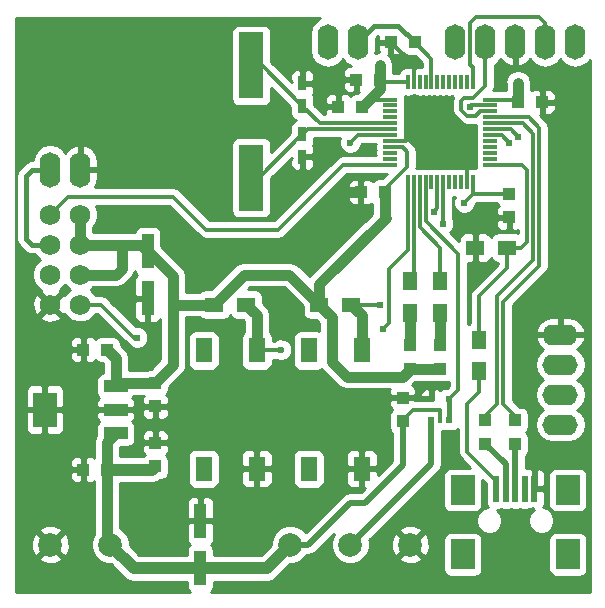
<source format=gtl>
G04 #@! TF.FileFunction,Copper,L1,Top,Signal*
%FSLAX46Y46*%
G04 Gerber Fmt 4.6, Leading zero omitted, Abs format (unit mm)*
G04 Created by KiCad (PCBNEW 4.0.2-stable) date 28/03/2016 12:56:49*
%MOMM*%
G01*
G04 APERTURE LIST*
%ADD10C,0.100000*%
%ADD11R,1.000000X1.000000*%
%ADD12C,2.000000*%
%ADD13R,2.000000X2.500000*%
%ADD14R,0.500000X2.250000*%
%ADD15R,2.000000X3.000000*%
%ADD16R,2.000000X1.000000*%
%ADD17R,1.200000X0.300000*%
%ADD18R,0.300000X1.200000*%
%ADD19R,0.600000X0.600000*%
%ADD20R,0.400000X0.600000*%
%ADD21R,2.100000X5.600000*%
%ADD22O,1.750000X3.000000*%
%ADD23C,1.750000*%
%ADD24R,1.000000X3.000000*%
%ADD25R,1.500000X1.300000*%
%ADD26R,1.400000X2.100000*%
%ADD27R,1.300000X1.500000*%
%ADD28R,0.750000X1.200000*%
%ADD29O,3.000000X1.750000*%
%ADD30C,0.600000*%
%ADD31C,0.609600*%
%ADD32C,0.350000*%
%ADD33C,0.500000*%
%ADD34C,0.910000*%
%ADD35C,1.000000*%
%ADD36C,0.304800*%
%ADD37C,0.400000*%
%ADD38C,0.254000*%
G04 APERTURE END LIST*
D10*
D11*
X108430000Y-138920000D03*
X106430000Y-138920000D03*
X112510000Y-138650000D03*
X112510000Y-136650000D03*
X112510000Y-131570000D03*
X112510000Y-133570000D03*
X108430000Y-128760000D03*
X106430000Y-128760000D03*
X130020000Y-108186000D03*
X128020000Y-108186000D03*
X142482000Y-115568000D03*
X142482000Y-117568000D03*
X131925000Y-115425000D03*
X129925000Y-115425000D03*
X143260000Y-107805000D03*
X145260000Y-107805000D03*
X131544000Y-105900000D03*
X129544000Y-105900000D03*
D12*
X108700000Y-145270000D03*
X103620000Y-145270000D03*
X134100000Y-145270000D03*
X129020000Y-145270000D03*
X123940000Y-145270000D03*
D13*
X147440000Y-140650000D03*
X147440000Y-146100000D03*
X138540000Y-140650000D03*
X138540000Y-146100000D03*
D14*
X142990000Y-140555000D03*
X142190000Y-140555000D03*
X141390000Y-140555000D03*
X143790000Y-140555000D03*
X144590000Y-140555000D03*
D11*
X134465000Y-102725000D03*
X132465000Y-102725000D03*
X142990000Y-136745000D03*
X142990000Y-134745000D03*
X140450000Y-136745000D03*
X140450000Y-134745000D03*
D15*
X103160000Y-133840000D03*
D16*
X109160000Y-133840000D03*
X109160000Y-131840000D03*
X109160000Y-135840000D03*
D17*
X132390000Y-107595000D03*
X132390000Y-108095000D03*
X132390000Y-108595000D03*
X132390000Y-109095000D03*
X132390000Y-109595000D03*
X132390000Y-110095000D03*
X132390000Y-110595000D03*
X132390000Y-111095000D03*
X132390000Y-111595000D03*
X132390000Y-112095000D03*
X132390000Y-112595000D03*
X132390000Y-113095000D03*
D18*
X139390000Y-114595000D03*
X138890000Y-114595000D03*
X138390000Y-114595000D03*
X137890000Y-114595000D03*
X137390000Y-114595000D03*
X136890000Y-114595000D03*
X136390000Y-114595000D03*
X135890000Y-114595000D03*
X135390000Y-114595000D03*
X134890000Y-114595000D03*
X134390000Y-114595000D03*
X133890000Y-114595000D03*
X139390000Y-106095000D03*
X138890000Y-106095000D03*
X138390000Y-106095000D03*
X137890000Y-106095000D03*
X137390000Y-106095000D03*
X136890000Y-106095000D03*
X136390000Y-106095000D03*
X135890000Y-106095000D03*
X135390000Y-106095000D03*
X134890000Y-106095000D03*
X134390000Y-106095000D03*
X133890000Y-106095000D03*
D17*
X140890000Y-107595000D03*
X140890000Y-108095000D03*
X140890000Y-108595000D03*
X140890000Y-109095000D03*
X140890000Y-109595000D03*
X140890000Y-110095000D03*
X140890000Y-110595000D03*
X140890000Y-111095000D03*
X140890000Y-111595000D03*
X140890000Y-112095000D03*
X140890000Y-112595000D03*
X140890000Y-113095000D03*
D19*
X137390000Y-134740000D03*
X137390000Y-132940000D03*
X135890000Y-132940000D03*
X135890000Y-134740000D03*
D20*
X136640000Y-134740000D03*
D21*
X120638000Y-104706000D03*
X120638000Y-114206000D03*
D22*
X129655000Y-102725000D03*
X127115000Y-102725000D03*
X148070000Y-102725000D03*
X140450000Y-102725000D03*
X137910000Y-102725000D03*
X142990000Y-102725000D03*
X145530000Y-102725000D03*
D23*
X103620000Y-117330000D03*
X106160000Y-117330000D03*
X106160000Y-124950000D03*
X103620000Y-124950000D03*
X103620000Y-122410000D03*
X106160000Y-122410000D03*
X106160000Y-119870000D03*
X103620000Y-119870000D03*
D24*
X111875000Y-120410000D03*
X111875000Y-124410000D03*
D11*
X133465000Y-134840000D03*
X133465000Y-132840000D03*
D24*
X116320000Y-147270000D03*
X116320000Y-143270000D03*
D22*
X106160000Y-113520000D03*
X103620000Y-113520000D03*
D25*
X120210000Y-124950000D03*
X117510000Y-124950000D03*
X129100000Y-124950000D03*
X126400000Y-124950000D03*
D26*
X121110000Y-128840000D03*
X121110000Y-138840000D03*
X116610000Y-128840000D03*
X116610000Y-138840000D03*
X130000000Y-128840000D03*
X130000000Y-138840000D03*
X125500000Y-128840000D03*
X125500000Y-138840000D03*
D27*
X134100000Y-125665000D03*
X134100000Y-122965000D03*
X136640000Y-125665000D03*
X136640000Y-122965000D03*
D11*
X134100000Y-130395000D03*
X134100000Y-128395000D03*
X136640000Y-130395000D03*
X136640000Y-128395000D03*
D28*
X124956000Y-106220000D03*
X124956000Y-108120000D03*
X124956000Y-110538000D03*
X124956000Y-112438000D03*
D29*
X146800000Y-132570000D03*
X146800000Y-135110000D03*
X146800000Y-130030000D03*
X146800000Y-127490000D03*
D25*
X139608000Y-120124000D03*
X142308000Y-120124000D03*
D27*
X139942000Y-127918000D03*
X139942000Y-130618000D03*
D30*
X139942000Y-117584000D03*
D31*
X145784000Y-138158000D03*
X139180000Y-108186000D03*
X134100000Y-104376000D03*
X139180000Y-112758000D03*
X134862000Y-109964000D03*
X128004000Y-115552000D03*
X131560000Y-104630000D03*
X138672000Y-116314000D03*
X132068000Y-117584000D03*
X143244000Y-106154000D03*
D30*
X129020000Y-111234000D03*
D31*
X143244000Y-110726000D03*
X142482000Y-111234000D03*
X110986000Y-127744000D03*
X131814000Y-126982000D03*
X136894000Y-118092000D03*
D30*
X123178000Y-128760000D03*
D31*
X136132000Y-117076000D03*
X131560000Y-124950000D03*
D32*
X136640000Y-134740000D02*
X136640000Y-133840000D01*
X134354000Y-133840000D02*
X133465000Y-134729000D01*
X136640000Y-133840000D02*
X134354000Y-133840000D01*
X133465000Y-134729000D02*
X133465000Y-134840000D01*
D33*
X123940000Y-145270000D02*
X125464000Y-145270000D01*
X133465000Y-138539000D02*
X133465000Y-134840000D01*
X130290000Y-141714000D02*
X133465000Y-138539000D01*
X129020000Y-141714000D02*
X130290000Y-141714000D01*
X125464000Y-145270000D02*
X129020000Y-141714000D01*
D34*
X108430000Y-138920000D02*
X108430000Y-136570000D01*
X108430000Y-136570000D02*
X109160000Y-135840000D01*
X108700000Y-145270000D02*
X108430000Y-145000000D01*
X108430000Y-145000000D02*
X108430000Y-138920000D01*
D35*
X112510000Y-138650000D02*
X112240000Y-138920000D01*
X112240000Y-138920000D02*
X108430000Y-138920000D01*
X116320000Y-147270000D02*
X121940000Y-147270000D01*
X121940000Y-147270000D02*
X123940000Y-145270000D01*
X108700000Y-145270000D02*
X110700000Y-147270000D01*
X110700000Y-147270000D02*
X116320000Y-147270000D01*
D36*
X139608000Y-120124000D02*
X139608000Y-117918000D01*
X139608000Y-117918000D02*
X139942000Y-117584000D01*
X144590000Y-140555000D02*
X144590000Y-139098000D01*
X145530000Y-138158000D02*
X145784000Y-138158000D01*
X144590000Y-139098000D02*
X145530000Y-138158000D01*
X140890000Y-108095000D02*
X139271000Y-108095000D01*
X139271000Y-108095000D02*
X139180000Y-108186000D01*
X134390000Y-106095000D02*
X134390000Y-104666000D01*
X134100000Y-104376000D02*
X132465000Y-102741000D01*
X134390000Y-104666000D02*
X134100000Y-104376000D01*
X132465000Y-102725000D02*
X132465000Y-102741000D01*
X138890000Y-114595000D02*
X138890000Y-113048000D01*
X138890000Y-113048000D02*
X139180000Y-112758000D01*
X132390000Y-111095000D02*
X133731000Y-111095000D01*
X133731000Y-111095000D02*
X134862000Y-109964000D01*
D34*
X129925000Y-115425000D02*
X128131000Y-115425000D01*
X128131000Y-115425000D02*
X128004000Y-115552000D01*
D32*
X142482000Y-115568000D02*
X139390000Y-115568000D01*
X139390000Y-115568000D02*
X139390000Y-115596000D01*
D34*
X131544000Y-105900000D02*
X131544000Y-104646000D01*
X131544000Y-104646000D02*
X131560000Y-104630000D01*
X131925000Y-115425000D02*
X131925000Y-117441000D01*
X131925000Y-117441000D02*
X132068000Y-117584000D01*
D36*
X139390000Y-114595000D02*
X139390000Y-115596000D01*
X139390000Y-115596000D02*
X138672000Y-116314000D01*
D34*
X132068000Y-117584000D02*
X131925000Y-117727000D01*
X126400000Y-123252000D02*
X131925000Y-117727000D01*
X126400000Y-124950000D02*
X126400000Y-123252000D01*
X143260000Y-107805000D02*
X143260000Y-106170000D01*
X143260000Y-106170000D02*
X143244000Y-106154000D01*
X131544000Y-105900000D02*
X131544000Y-106662000D01*
X131544000Y-106662000D02*
X130020000Y-108186000D01*
D36*
X132390000Y-111595000D02*
X133445000Y-111595000D01*
X133846000Y-113266000D02*
X131925000Y-115187000D01*
X133846000Y-111996000D02*
X133846000Y-113266000D01*
X133445000Y-111595000D02*
X133846000Y-111996000D01*
X131925000Y-115187000D02*
X131925000Y-115425000D01*
X132390000Y-107595000D02*
X130611000Y-107595000D01*
X130611000Y-107595000D02*
X130020000Y-108186000D01*
X133890000Y-106095000D02*
X131739000Y-106095000D01*
X131739000Y-106095000D02*
X131544000Y-105900000D01*
X140890000Y-107595000D02*
X143050000Y-107595000D01*
X143050000Y-107595000D02*
X143260000Y-107805000D01*
D34*
X106160000Y-122410000D02*
X109208000Y-122410000D01*
X109716000Y-121902000D02*
X109716000Y-119870000D01*
X109208000Y-122410000D02*
X109716000Y-121902000D01*
X106160000Y-119870000D02*
X106160000Y-117330000D01*
X134100000Y-130395000D02*
X133449000Y-131046000D01*
X127496000Y-126046000D02*
X126400000Y-124950000D01*
X127496000Y-129776000D02*
X127496000Y-126046000D01*
X128766000Y-131046000D02*
X127496000Y-129776000D01*
X133449000Y-131046000D02*
X128766000Y-131046000D01*
X136640000Y-130395000D02*
X134100000Y-130395000D01*
X126400000Y-124950000D02*
X123860000Y-122410000D01*
X120050000Y-122410000D02*
X117510000Y-124950000D01*
X123860000Y-122410000D02*
X120050000Y-122410000D01*
X117510000Y-124950000D02*
X114034000Y-124950000D01*
X111875000Y-120410000D02*
X111335000Y-119870000D01*
X111335000Y-119870000D02*
X109716000Y-119870000D01*
X109716000Y-119870000D02*
X106160000Y-119870000D01*
X112510000Y-131570000D02*
X114034000Y-130046000D01*
X114034000Y-122569000D02*
X111875000Y-120410000D01*
X114034000Y-130046000D02*
X114034000Y-124950000D01*
X114034000Y-124950000D02*
X114034000Y-122569000D01*
X108430000Y-128760000D02*
X109160000Y-129490000D01*
X109160000Y-129490000D02*
X109160000Y-131840000D01*
X109160000Y-131840000D02*
X109430000Y-131570000D01*
X109430000Y-131570000D02*
X112510000Y-131570000D01*
D36*
X140450000Y-102725000D02*
X140450000Y-106408000D01*
X140041000Y-108595000D02*
X140890000Y-108595000D01*
X139688000Y-108948000D02*
X140041000Y-108595000D01*
X138926000Y-108948000D02*
X139688000Y-108948000D01*
X138418000Y-108440000D02*
X138926000Y-108948000D01*
X138418000Y-107678000D02*
X138418000Y-108440000D01*
X138672000Y-107424000D02*
X138418000Y-107678000D01*
X139434000Y-107424000D02*
X138672000Y-107424000D01*
X140450000Y-106408000D02*
X139434000Y-107424000D01*
X139390000Y-106095000D02*
X139390000Y-104840000D01*
X145530000Y-101074000D02*
X145530000Y-102725000D01*
X145022000Y-100566000D02*
X145530000Y-101074000D01*
X139688000Y-100566000D02*
X145022000Y-100566000D01*
X139180000Y-101074000D02*
X139688000Y-100566000D01*
X139180000Y-104630000D02*
X139180000Y-101074000D01*
X139390000Y-104840000D02*
X139180000Y-104630000D01*
X132390000Y-110595000D02*
X129659000Y-110595000D01*
X129659000Y-110595000D02*
X129020000Y-111234000D01*
X140890000Y-110095000D02*
X142613000Y-110095000D01*
X142613000Y-110095000D02*
X143244000Y-110726000D01*
X140890000Y-110595000D02*
X141843000Y-110595000D01*
X141843000Y-110595000D02*
X142482000Y-111234000D01*
D33*
X129020000Y-145270000D02*
X135878000Y-138412000D01*
X135878000Y-138412000D02*
X135878000Y-134752000D01*
D37*
X135878000Y-134752000D02*
X135890000Y-134740000D01*
D36*
X141974000Y-133332000D02*
X141974000Y-124696000D01*
X141974000Y-124696000D02*
X143498000Y-123172000D01*
X141974000Y-133332000D02*
X142990000Y-134348000D01*
X144153000Y-109095000D02*
X145022000Y-109964000D01*
X145022000Y-109964000D02*
X145022000Y-121648000D01*
X145022000Y-121648000D02*
X143498000Y-123172000D01*
X140890000Y-109095000D02*
X144153000Y-109095000D01*
X142990000Y-134745000D02*
X142990000Y-134348000D01*
X140890000Y-109069802D02*
X140890000Y-109095000D01*
X141466000Y-133332000D02*
X141466000Y-124188000D01*
X143637000Y-109595000D02*
X144514000Y-110472000D01*
X144514000Y-110472000D02*
X144514000Y-121140000D01*
X144514000Y-121140000D02*
X142482000Y-123172000D01*
X140890000Y-109595000D02*
X143637000Y-109595000D01*
X141466000Y-133332000D02*
X140450000Y-134348000D01*
X141466000Y-124188000D02*
X142482000Y-123172000D01*
X140450000Y-134745000D02*
X140450000Y-134348000D01*
X132390000Y-113095000D02*
X128429000Y-113095000D01*
X105144000Y-115806000D02*
X103620000Y-117330000D01*
X114034000Y-115806000D02*
X105144000Y-115806000D01*
X116828000Y-118600000D02*
X114034000Y-115806000D01*
X122924000Y-118600000D02*
X116828000Y-118600000D01*
X128429000Y-113095000D02*
X122924000Y-118600000D01*
D37*
X137390000Y-132940000D02*
X137390000Y-134740000D01*
D36*
X135390000Y-114595000D02*
X135390000Y-117858000D01*
X138164000Y-132166000D02*
X137390000Y-132940000D01*
X138164000Y-120632000D02*
X138164000Y-132166000D01*
X135390000Y-117858000D02*
X138164000Y-120632000D01*
X133890000Y-114595000D02*
X133890000Y-120334000D01*
X107938000Y-124950000D02*
X106160000Y-124950000D01*
X110732000Y-127744000D02*
X107938000Y-124950000D01*
X110986000Y-127744000D02*
X110732000Y-127744000D01*
X132322000Y-126474000D02*
X131814000Y-126982000D01*
X132322000Y-121902000D02*
X132322000Y-126474000D01*
X133890000Y-120334000D02*
X132322000Y-121902000D01*
X120638000Y-104706000D02*
X121542000Y-104706000D01*
X121542000Y-104706000D02*
X124956000Y-108120000D01*
X132390000Y-109595000D02*
X126431000Y-109595000D01*
X126431000Y-109595000D02*
X124956000Y-108120000D01*
X124956000Y-110538000D02*
X121288000Y-114206000D01*
X121288000Y-114206000D02*
X120638000Y-114206000D01*
X132390000Y-110095000D02*
X125399000Y-110095000D01*
X125399000Y-110095000D02*
X124956000Y-110538000D01*
D33*
X142190000Y-140555000D02*
X142190000Y-138485000D01*
X142190000Y-138485000D02*
X140450000Y-136745000D01*
D36*
X135890000Y-106095000D02*
X135890000Y-104150000D01*
X135890000Y-104150000D02*
X134465000Y-102725000D01*
D37*
X129655000Y-102725000D02*
X131052000Y-101328000D01*
X133068000Y-101328000D02*
X134465000Y-102725000D01*
X131052000Y-101328000D02*
X133068000Y-101328000D01*
D33*
X142990000Y-140555000D02*
X142990000Y-136745000D01*
D37*
X103620000Y-119870000D02*
X102096000Y-119870000D01*
X102096000Y-113520000D02*
X103620000Y-113520000D01*
X101588000Y-114028000D02*
X102096000Y-113520000D01*
X101588000Y-119362000D02*
X101588000Y-114028000D01*
X102096000Y-119870000D02*
X101588000Y-119362000D01*
D36*
X123098000Y-128840000D02*
X123178000Y-128760000D01*
X121110000Y-128840000D02*
X123098000Y-128840000D01*
X136890000Y-118088000D02*
X136890000Y-114595000D01*
X136894000Y-118092000D02*
X136890000Y-118088000D01*
X121110000Y-128840000D02*
X121110000Y-128796000D01*
D34*
X121110000Y-128840000D02*
X121110000Y-125850000D01*
X121110000Y-125850000D02*
X120210000Y-124950000D01*
D36*
X136390000Y-114595000D02*
X136390000Y-116818000D01*
X131560000Y-124950000D02*
X129100000Y-124950000D01*
X136390000Y-116818000D02*
X136132000Y-117076000D01*
D34*
X130000000Y-128840000D02*
X130000000Y-125850000D01*
X130000000Y-125850000D02*
X129100000Y-124950000D01*
X134100000Y-125665000D02*
X134100000Y-128395000D01*
D36*
X134390000Y-114595000D02*
X134390000Y-122675000D01*
X134390000Y-122675000D02*
X134100000Y-122965000D01*
D34*
X136640000Y-125665000D02*
X136640000Y-128395000D01*
D36*
X134890000Y-114595000D02*
X134890000Y-118374000D01*
X136640000Y-120124000D02*
X136640000Y-122965000D01*
X134890000Y-118374000D02*
X136640000Y-120124000D01*
D32*
X139942000Y-130618000D02*
X139942000Y-132316000D01*
D36*
X138926000Y-133332000D02*
X139942000Y-132316000D01*
X138926000Y-137396000D02*
X138926000Y-133332000D01*
X138926000Y-137396000D02*
X141390000Y-139860000D01*
X141390000Y-140555000D02*
X141390000Y-139860000D01*
X140890000Y-113095000D02*
X143581000Y-113095000D01*
X143498000Y-120124000D02*
X142308000Y-120124000D01*
X144006000Y-119616000D02*
X143498000Y-120124000D01*
X144006000Y-113520000D02*
X144006000Y-119616000D01*
X143581000Y-113095000D02*
X144006000Y-113520000D01*
D32*
X142308000Y-120124000D02*
X142308000Y-121822000D01*
X139942000Y-124188000D02*
X141974000Y-122156000D01*
X139942000Y-124188000D02*
X139942000Y-127918000D01*
X142308000Y-121822000D02*
X141974000Y-122156000D01*
D38*
G36*
X143117000Y-102598000D02*
X143137000Y-102598000D01*
X143137000Y-102852000D01*
X143117000Y-102852000D01*
X143117000Y-104695269D01*
X143350816Y-104816258D01*
X143450519Y-104793659D01*
X143967928Y-104507534D01*
X144254281Y-104148282D01*
X144462269Y-104459558D01*
X144952148Y-104786885D01*
X145530000Y-104901827D01*
X146107852Y-104786885D01*
X146597731Y-104459558D01*
X146800000Y-104156841D01*
X147002269Y-104459558D01*
X147492148Y-104786885D01*
X148070000Y-104901827D01*
X148647852Y-104786885D01*
X149137731Y-104459558D01*
X149290000Y-104231672D01*
X149290000Y-149290000D01*
X117184554Y-149290000D01*
X117271441Y-149234090D01*
X117416431Y-149021890D01*
X117467440Y-148770000D01*
X117467440Y-148405000D01*
X121940000Y-148405000D01*
X122374346Y-148318603D01*
X122742566Y-148072566D01*
X123910157Y-146904975D01*
X124263795Y-146905284D01*
X124864943Y-146656894D01*
X125325278Y-146197363D01*
X125342869Y-146155000D01*
X125463995Y-146155000D01*
X125464000Y-146155001D01*
X125790775Y-146090000D01*
X125802675Y-146087633D01*
X126089790Y-145895790D01*
X127628885Y-144356695D01*
X127385284Y-144943352D01*
X127384716Y-145593795D01*
X127633106Y-146194943D01*
X128092637Y-146655278D01*
X128693352Y-146904716D01*
X129343795Y-146905284D01*
X129944943Y-146656894D01*
X130179715Y-146422532D01*
X133127073Y-146422532D01*
X133225736Y-146689387D01*
X133835461Y-146915908D01*
X134485460Y-146891856D01*
X134974264Y-146689387D01*
X135072927Y-146422532D01*
X134100000Y-145449605D01*
X133127073Y-146422532D01*
X130179715Y-146422532D01*
X130405278Y-146197363D01*
X130654716Y-145596648D01*
X130655232Y-145005461D01*
X132454092Y-145005461D01*
X132478144Y-145655460D01*
X132680613Y-146144264D01*
X132947468Y-146242927D01*
X133920395Y-145270000D01*
X134279605Y-145270000D01*
X135252532Y-146242927D01*
X135519387Y-146144264D01*
X135745908Y-145534539D01*
X135721856Y-144884540D01*
X135707550Y-144850000D01*
X136892560Y-144850000D01*
X136892560Y-147350000D01*
X136936838Y-147585317D01*
X137075910Y-147801441D01*
X137288110Y-147946431D01*
X137540000Y-147997440D01*
X139540000Y-147997440D01*
X139775317Y-147953162D01*
X139991441Y-147814090D01*
X140136431Y-147601890D01*
X140187440Y-147350000D01*
X140187440Y-144850000D01*
X145792560Y-144850000D01*
X145792560Y-147350000D01*
X145836838Y-147585317D01*
X145975910Y-147801441D01*
X146188110Y-147946431D01*
X146440000Y-147997440D01*
X148440000Y-147997440D01*
X148675317Y-147953162D01*
X148891441Y-147814090D01*
X149036431Y-147601890D01*
X149087440Y-147350000D01*
X149087440Y-144850000D01*
X149043162Y-144614683D01*
X148904090Y-144398559D01*
X148691890Y-144253569D01*
X148440000Y-144202560D01*
X146440000Y-144202560D01*
X146204683Y-144246838D01*
X145988559Y-144385910D01*
X145843569Y-144598110D01*
X145792560Y-144850000D01*
X140187440Y-144850000D01*
X140143162Y-144614683D01*
X140004090Y-144398559D01*
X139791890Y-144253569D01*
X139540000Y-144202560D01*
X137540000Y-144202560D01*
X137304683Y-144246838D01*
X137088559Y-144385910D01*
X136943569Y-144598110D01*
X136892560Y-144850000D01*
X135707550Y-144850000D01*
X135519387Y-144395736D01*
X135252532Y-144297073D01*
X134279605Y-145270000D01*
X133920395Y-145270000D01*
X132947468Y-144297073D01*
X132680613Y-144395736D01*
X132454092Y-145005461D01*
X130655232Y-145005461D01*
X130655284Y-144946205D01*
X130637768Y-144903812D01*
X131424111Y-144117468D01*
X133127073Y-144117468D01*
X134100000Y-145090395D01*
X135072927Y-144117468D01*
X134974264Y-143850613D01*
X134364539Y-143624092D01*
X133714540Y-143648144D01*
X133225736Y-143850613D01*
X133127073Y-144117468D01*
X131424111Y-144117468D01*
X136503787Y-139037792D01*
X136503790Y-139037790D01*
X136674328Y-138782560D01*
X136695634Y-138750674D01*
X136763001Y-138412000D01*
X136763000Y-138411995D01*
X136763000Y-135687440D01*
X136840000Y-135687440D01*
X136969589Y-135663056D01*
X137090000Y-135687440D01*
X137690000Y-135687440D01*
X137925317Y-135643162D01*
X138138600Y-135505918D01*
X138138600Y-137396000D01*
X138198537Y-137697325D01*
X138369224Y-137952776D01*
X139169008Y-138752560D01*
X137540000Y-138752560D01*
X137304683Y-138796838D01*
X137088559Y-138935910D01*
X136943569Y-139148110D01*
X136892560Y-139400000D01*
X136892560Y-141900000D01*
X136936838Y-142135317D01*
X137075910Y-142351441D01*
X137288110Y-142496431D01*
X137540000Y-142547440D01*
X139540000Y-142547440D01*
X139775317Y-142503162D01*
X139991441Y-142364090D01*
X140136431Y-142151890D01*
X140187440Y-141900000D01*
X140187440Y-139770992D01*
X140492560Y-140076112D01*
X140492560Y-141680000D01*
X140536838Y-141915317D01*
X140668480Y-142119894D01*
X140570176Y-142119808D01*
X140162057Y-142288439D01*
X139849537Y-142600415D01*
X139680193Y-143008239D01*
X139679808Y-143449824D01*
X139848439Y-143857943D01*
X140160415Y-144170463D01*
X140568239Y-144339807D01*
X141009824Y-144340192D01*
X141417943Y-144171561D01*
X141730463Y-143859585D01*
X141899807Y-143451761D01*
X141900192Y-143010176D01*
X141731561Y-142602057D01*
X141457422Y-142327440D01*
X141640000Y-142327440D01*
X141795507Y-142298179D01*
X141940000Y-142327440D01*
X142440000Y-142327440D01*
X142595507Y-142298179D01*
X142740000Y-142327440D01*
X143240000Y-142327440D01*
X143395507Y-142298179D01*
X143540000Y-142327440D01*
X144040000Y-142327440D01*
X144180087Y-142301081D01*
X144213691Y-142315000D01*
X144306250Y-142315000D01*
X144451384Y-142169866D01*
X144462998Y-142162393D01*
X144462998Y-142315000D01*
X144535450Y-142315000D01*
X144249537Y-142600415D01*
X144080193Y-143008239D01*
X144079808Y-143449824D01*
X144248439Y-143857943D01*
X144560415Y-144170463D01*
X144968239Y-144339807D01*
X145409824Y-144340192D01*
X145817943Y-144171561D01*
X146130463Y-143859585D01*
X146299807Y-143451761D01*
X146300192Y-143010176D01*
X146131561Y-142602057D01*
X145819585Y-142289537D01*
X145411761Y-142120193D01*
X145297932Y-142120094D01*
X145378327Y-142039699D01*
X145475000Y-141806310D01*
X145475000Y-140840750D01*
X145316250Y-140682000D01*
X144715000Y-140682000D01*
X144715000Y-140702000D01*
X144687440Y-140702000D01*
X144687440Y-139430000D01*
X144643162Y-139194683D01*
X144504090Y-138978559D01*
X144467781Y-138953750D01*
X144715000Y-138953750D01*
X144715000Y-140428000D01*
X145316250Y-140428000D01*
X145475000Y-140269250D01*
X145475000Y-139400000D01*
X145792560Y-139400000D01*
X145792560Y-141900000D01*
X145836838Y-142135317D01*
X145975910Y-142351441D01*
X146188110Y-142496431D01*
X146440000Y-142547440D01*
X148440000Y-142547440D01*
X148675317Y-142503162D01*
X148891441Y-142364090D01*
X149036431Y-142151890D01*
X149087440Y-141900000D01*
X149087440Y-139400000D01*
X149043162Y-139164683D01*
X148904090Y-138948559D01*
X148691890Y-138803569D01*
X148440000Y-138752560D01*
X146440000Y-138752560D01*
X146204683Y-138796838D01*
X145988559Y-138935910D01*
X145843569Y-139148110D01*
X145792560Y-139400000D01*
X145475000Y-139400000D01*
X145475000Y-139303690D01*
X145378327Y-139070301D01*
X145199698Y-138891673D01*
X144966309Y-138795000D01*
X144873750Y-138795000D01*
X144715000Y-138953750D01*
X144467781Y-138953750D01*
X144459001Y-138947751D01*
X144306250Y-138795000D01*
X144213691Y-138795000D01*
X144176829Y-138810269D01*
X144040000Y-138782560D01*
X143875000Y-138782560D01*
X143875000Y-137751844D01*
X143941441Y-137709090D01*
X144086431Y-137496890D01*
X144137440Y-137245000D01*
X144137440Y-136245000D01*
X144093162Y-136009683D01*
X143954090Y-135793559D01*
X143884289Y-135745866D01*
X143941441Y-135709090D01*
X144086431Y-135496890D01*
X144137440Y-135245000D01*
X144137440Y-134245000D01*
X144093162Y-134009683D01*
X143954090Y-133793559D01*
X143741890Y-133648569D01*
X143490000Y-133597560D01*
X143353112Y-133597560D01*
X142761400Y-133005848D01*
X142761400Y-130030000D01*
X144623173Y-130030000D01*
X144738115Y-130607852D01*
X145065442Y-131097731D01*
X145368159Y-131300000D01*
X145065442Y-131502269D01*
X144738115Y-131992148D01*
X144623173Y-132570000D01*
X144738115Y-133147852D01*
X145065442Y-133637731D01*
X145368159Y-133840000D01*
X145065442Y-134042269D01*
X144738115Y-134532148D01*
X144623173Y-135110000D01*
X144738115Y-135687852D01*
X145065442Y-136177731D01*
X145555321Y-136505058D01*
X146133173Y-136620000D01*
X147466827Y-136620000D01*
X148044679Y-136505058D01*
X148534558Y-136177731D01*
X148861885Y-135687852D01*
X148976827Y-135110000D01*
X148861885Y-134532148D01*
X148534558Y-134042269D01*
X148231841Y-133840000D01*
X148534558Y-133637731D01*
X148861885Y-133147852D01*
X148976827Y-132570000D01*
X148861885Y-131992148D01*
X148534558Y-131502269D01*
X148231841Y-131300000D01*
X148534558Y-131097731D01*
X148861885Y-130607852D01*
X148976827Y-130030000D01*
X148861885Y-129452148D01*
X148534558Y-128962269D01*
X148223282Y-128754281D01*
X148582534Y-128467928D01*
X148868659Y-127950519D01*
X148891258Y-127850816D01*
X148770269Y-127617000D01*
X146927000Y-127617000D01*
X146927000Y-127637000D01*
X146673000Y-127637000D01*
X146673000Y-127617000D01*
X144829731Y-127617000D01*
X144708742Y-127850816D01*
X144731341Y-127950519D01*
X145017466Y-128467928D01*
X145376718Y-128754281D01*
X145065442Y-128962269D01*
X144738115Y-129452148D01*
X144623173Y-130030000D01*
X142761400Y-130030000D01*
X142761400Y-127129184D01*
X144708742Y-127129184D01*
X144829731Y-127363000D01*
X146673000Y-127363000D01*
X146673000Y-125980000D01*
X146927000Y-125980000D01*
X146927000Y-127363000D01*
X148770269Y-127363000D01*
X148891258Y-127129184D01*
X148868659Y-127029481D01*
X148582534Y-126512072D01*
X148120185Y-126143543D01*
X147552000Y-125980000D01*
X146927000Y-125980000D01*
X146673000Y-125980000D01*
X146048000Y-125980000D01*
X145479815Y-126143543D01*
X145017466Y-126512072D01*
X144731341Y-127029481D01*
X144708742Y-127129184D01*
X142761400Y-127129184D01*
X142761400Y-125022152D01*
X145578776Y-122204776D01*
X145749463Y-121949325D01*
X145809400Y-121648000D01*
X145809400Y-109964000D01*
X145749463Y-109662675D01*
X145578776Y-109407224D01*
X145042901Y-108871349D01*
X145133000Y-108781250D01*
X145133000Y-107932000D01*
X145387000Y-107932000D01*
X145387000Y-108781250D01*
X145545750Y-108940000D01*
X145886309Y-108940000D01*
X146119698Y-108843327D01*
X146298327Y-108664699D01*
X146395000Y-108431310D01*
X146395000Y-108090750D01*
X146236250Y-107932000D01*
X145387000Y-107932000D01*
X145133000Y-107932000D01*
X145113000Y-107932000D01*
X145113000Y-107678000D01*
X145133000Y-107678000D01*
X145133000Y-106828750D01*
X145387000Y-106828750D01*
X145387000Y-107678000D01*
X146236250Y-107678000D01*
X146395000Y-107519250D01*
X146395000Y-107178690D01*
X146298327Y-106945301D01*
X146119698Y-106766673D01*
X145886309Y-106670000D01*
X145545750Y-106670000D01*
X145387000Y-106828750D01*
X145133000Y-106828750D01*
X144974250Y-106670000D01*
X144633691Y-106670000D01*
X144400302Y-106766673D01*
X144350000Y-106816975D01*
X144350000Y-106170000D01*
X144267029Y-105752875D01*
X144218694Y-105680537D01*
X144030746Y-105399253D01*
X144014746Y-105383254D01*
X143661125Y-105146971D01*
X143244000Y-105064001D01*
X142826875Y-105146971D01*
X142473254Y-105383254D01*
X142236971Y-105736875D01*
X142154001Y-106154000D01*
X142170000Y-106234434D01*
X142170000Y-106807600D01*
X141539579Y-106807600D01*
X141490000Y-106797560D01*
X141118506Y-106797560D01*
X141177463Y-106709325D01*
X141237400Y-106408000D01*
X141237400Y-104646869D01*
X141517731Y-104459558D01*
X141725719Y-104148282D01*
X142012072Y-104507534D01*
X142529481Y-104793659D01*
X142629184Y-104816258D01*
X142863000Y-104695269D01*
X142863000Y-102852000D01*
X142843000Y-102852000D01*
X142843000Y-102598000D01*
X142863000Y-102598000D01*
X142863000Y-102578000D01*
X143117000Y-102578000D01*
X143117000Y-102598000D01*
X143117000Y-102598000D01*
G37*
X143117000Y-102598000D02*
X143137000Y-102598000D01*
X143137000Y-102852000D01*
X143117000Y-102852000D01*
X143117000Y-104695269D01*
X143350816Y-104816258D01*
X143450519Y-104793659D01*
X143967928Y-104507534D01*
X144254281Y-104148282D01*
X144462269Y-104459558D01*
X144952148Y-104786885D01*
X145530000Y-104901827D01*
X146107852Y-104786885D01*
X146597731Y-104459558D01*
X146800000Y-104156841D01*
X147002269Y-104459558D01*
X147492148Y-104786885D01*
X148070000Y-104901827D01*
X148647852Y-104786885D01*
X149137731Y-104459558D01*
X149290000Y-104231672D01*
X149290000Y-149290000D01*
X117184554Y-149290000D01*
X117271441Y-149234090D01*
X117416431Y-149021890D01*
X117467440Y-148770000D01*
X117467440Y-148405000D01*
X121940000Y-148405000D01*
X122374346Y-148318603D01*
X122742566Y-148072566D01*
X123910157Y-146904975D01*
X124263795Y-146905284D01*
X124864943Y-146656894D01*
X125325278Y-146197363D01*
X125342869Y-146155000D01*
X125463995Y-146155000D01*
X125464000Y-146155001D01*
X125790775Y-146090000D01*
X125802675Y-146087633D01*
X126089790Y-145895790D01*
X127628885Y-144356695D01*
X127385284Y-144943352D01*
X127384716Y-145593795D01*
X127633106Y-146194943D01*
X128092637Y-146655278D01*
X128693352Y-146904716D01*
X129343795Y-146905284D01*
X129944943Y-146656894D01*
X130179715Y-146422532D01*
X133127073Y-146422532D01*
X133225736Y-146689387D01*
X133835461Y-146915908D01*
X134485460Y-146891856D01*
X134974264Y-146689387D01*
X135072927Y-146422532D01*
X134100000Y-145449605D01*
X133127073Y-146422532D01*
X130179715Y-146422532D01*
X130405278Y-146197363D01*
X130654716Y-145596648D01*
X130655232Y-145005461D01*
X132454092Y-145005461D01*
X132478144Y-145655460D01*
X132680613Y-146144264D01*
X132947468Y-146242927D01*
X133920395Y-145270000D01*
X134279605Y-145270000D01*
X135252532Y-146242927D01*
X135519387Y-146144264D01*
X135745908Y-145534539D01*
X135721856Y-144884540D01*
X135707550Y-144850000D01*
X136892560Y-144850000D01*
X136892560Y-147350000D01*
X136936838Y-147585317D01*
X137075910Y-147801441D01*
X137288110Y-147946431D01*
X137540000Y-147997440D01*
X139540000Y-147997440D01*
X139775317Y-147953162D01*
X139991441Y-147814090D01*
X140136431Y-147601890D01*
X140187440Y-147350000D01*
X140187440Y-144850000D01*
X145792560Y-144850000D01*
X145792560Y-147350000D01*
X145836838Y-147585317D01*
X145975910Y-147801441D01*
X146188110Y-147946431D01*
X146440000Y-147997440D01*
X148440000Y-147997440D01*
X148675317Y-147953162D01*
X148891441Y-147814090D01*
X149036431Y-147601890D01*
X149087440Y-147350000D01*
X149087440Y-144850000D01*
X149043162Y-144614683D01*
X148904090Y-144398559D01*
X148691890Y-144253569D01*
X148440000Y-144202560D01*
X146440000Y-144202560D01*
X146204683Y-144246838D01*
X145988559Y-144385910D01*
X145843569Y-144598110D01*
X145792560Y-144850000D01*
X140187440Y-144850000D01*
X140143162Y-144614683D01*
X140004090Y-144398559D01*
X139791890Y-144253569D01*
X139540000Y-144202560D01*
X137540000Y-144202560D01*
X137304683Y-144246838D01*
X137088559Y-144385910D01*
X136943569Y-144598110D01*
X136892560Y-144850000D01*
X135707550Y-144850000D01*
X135519387Y-144395736D01*
X135252532Y-144297073D01*
X134279605Y-145270000D01*
X133920395Y-145270000D01*
X132947468Y-144297073D01*
X132680613Y-144395736D01*
X132454092Y-145005461D01*
X130655232Y-145005461D01*
X130655284Y-144946205D01*
X130637768Y-144903812D01*
X131424111Y-144117468D01*
X133127073Y-144117468D01*
X134100000Y-145090395D01*
X135072927Y-144117468D01*
X134974264Y-143850613D01*
X134364539Y-143624092D01*
X133714540Y-143648144D01*
X133225736Y-143850613D01*
X133127073Y-144117468D01*
X131424111Y-144117468D01*
X136503787Y-139037792D01*
X136503790Y-139037790D01*
X136674328Y-138782560D01*
X136695634Y-138750674D01*
X136763001Y-138412000D01*
X136763000Y-138411995D01*
X136763000Y-135687440D01*
X136840000Y-135687440D01*
X136969589Y-135663056D01*
X137090000Y-135687440D01*
X137690000Y-135687440D01*
X137925317Y-135643162D01*
X138138600Y-135505918D01*
X138138600Y-137396000D01*
X138198537Y-137697325D01*
X138369224Y-137952776D01*
X139169008Y-138752560D01*
X137540000Y-138752560D01*
X137304683Y-138796838D01*
X137088559Y-138935910D01*
X136943569Y-139148110D01*
X136892560Y-139400000D01*
X136892560Y-141900000D01*
X136936838Y-142135317D01*
X137075910Y-142351441D01*
X137288110Y-142496431D01*
X137540000Y-142547440D01*
X139540000Y-142547440D01*
X139775317Y-142503162D01*
X139991441Y-142364090D01*
X140136431Y-142151890D01*
X140187440Y-141900000D01*
X140187440Y-139770992D01*
X140492560Y-140076112D01*
X140492560Y-141680000D01*
X140536838Y-141915317D01*
X140668480Y-142119894D01*
X140570176Y-142119808D01*
X140162057Y-142288439D01*
X139849537Y-142600415D01*
X139680193Y-143008239D01*
X139679808Y-143449824D01*
X139848439Y-143857943D01*
X140160415Y-144170463D01*
X140568239Y-144339807D01*
X141009824Y-144340192D01*
X141417943Y-144171561D01*
X141730463Y-143859585D01*
X141899807Y-143451761D01*
X141900192Y-143010176D01*
X141731561Y-142602057D01*
X141457422Y-142327440D01*
X141640000Y-142327440D01*
X141795507Y-142298179D01*
X141940000Y-142327440D01*
X142440000Y-142327440D01*
X142595507Y-142298179D01*
X142740000Y-142327440D01*
X143240000Y-142327440D01*
X143395507Y-142298179D01*
X143540000Y-142327440D01*
X144040000Y-142327440D01*
X144180087Y-142301081D01*
X144213691Y-142315000D01*
X144306250Y-142315000D01*
X144451384Y-142169866D01*
X144462998Y-142162393D01*
X144462998Y-142315000D01*
X144535450Y-142315000D01*
X144249537Y-142600415D01*
X144080193Y-143008239D01*
X144079808Y-143449824D01*
X144248439Y-143857943D01*
X144560415Y-144170463D01*
X144968239Y-144339807D01*
X145409824Y-144340192D01*
X145817943Y-144171561D01*
X146130463Y-143859585D01*
X146299807Y-143451761D01*
X146300192Y-143010176D01*
X146131561Y-142602057D01*
X145819585Y-142289537D01*
X145411761Y-142120193D01*
X145297932Y-142120094D01*
X145378327Y-142039699D01*
X145475000Y-141806310D01*
X145475000Y-140840750D01*
X145316250Y-140682000D01*
X144715000Y-140682000D01*
X144715000Y-140702000D01*
X144687440Y-140702000D01*
X144687440Y-139430000D01*
X144643162Y-139194683D01*
X144504090Y-138978559D01*
X144467781Y-138953750D01*
X144715000Y-138953750D01*
X144715000Y-140428000D01*
X145316250Y-140428000D01*
X145475000Y-140269250D01*
X145475000Y-139400000D01*
X145792560Y-139400000D01*
X145792560Y-141900000D01*
X145836838Y-142135317D01*
X145975910Y-142351441D01*
X146188110Y-142496431D01*
X146440000Y-142547440D01*
X148440000Y-142547440D01*
X148675317Y-142503162D01*
X148891441Y-142364090D01*
X149036431Y-142151890D01*
X149087440Y-141900000D01*
X149087440Y-139400000D01*
X149043162Y-139164683D01*
X148904090Y-138948559D01*
X148691890Y-138803569D01*
X148440000Y-138752560D01*
X146440000Y-138752560D01*
X146204683Y-138796838D01*
X145988559Y-138935910D01*
X145843569Y-139148110D01*
X145792560Y-139400000D01*
X145475000Y-139400000D01*
X145475000Y-139303690D01*
X145378327Y-139070301D01*
X145199698Y-138891673D01*
X144966309Y-138795000D01*
X144873750Y-138795000D01*
X144715000Y-138953750D01*
X144467781Y-138953750D01*
X144459001Y-138947751D01*
X144306250Y-138795000D01*
X144213691Y-138795000D01*
X144176829Y-138810269D01*
X144040000Y-138782560D01*
X143875000Y-138782560D01*
X143875000Y-137751844D01*
X143941441Y-137709090D01*
X144086431Y-137496890D01*
X144137440Y-137245000D01*
X144137440Y-136245000D01*
X144093162Y-136009683D01*
X143954090Y-135793559D01*
X143884289Y-135745866D01*
X143941441Y-135709090D01*
X144086431Y-135496890D01*
X144137440Y-135245000D01*
X144137440Y-134245000D01*
X144093162Y-134009683D01*
X143954090Y-133793559D01*
X143741890Y-133648569D01*
X143490000Y-133597560D01*
X143353112Y-133597560D01*
X142761400Y-133005848D01*
X142761400Y-130030000D01*
X144623173Y-130030000D01*
X144738115Y-130607852D01*
X145065442Y-131097731D01*
X145368159Y-131300000D01*
X145065442Y-131502269D01*
X144738115Y-131992148D01*
X144623173Y-132570000D01*
X144738115Y-133147852D01*
X145065442Y-133637731D01*
X145368159Y-133840000D01*
X145065442Y-134042269D01*
X144738115Y-134532148D01*
X144623173Y-135110000D01*
X144738115Y-135687852D01*
X145065442Y-136177731D01*
X145555321Y-136505058D01*
X146133173Y-136620000D01*
X147466827Y-136620000D01*
X148044679Y-136505058D01*
X148534558Y-136177731D01*
X148861885Y-135687852D01*
X148976827Y-135110000D01*
X148861885Y-134532148D01*
X148534558Y-134042269D01*
X148231841Y-133840000D01*
X148534558Y-133637731D01*
X148861885Y-133147852D01*
X148976827Y-132570000D01*
X148861885Y-131992148D01*
X148534558Y-131502269D01*
X148231841Y-131300000D01*
X148534558Y-131097731D01*
X148861885Y-130607852D01*
X148976827Y-130030000D01*
X148861885Y-129452148D01*
X148534558Y-128962269D01*
X148223282Y-128754281D01*
X148582534Y-128467928D01*
X148868659Y-127950519D01*
X148891258Y-127850816D01*
X148770269Y-127617000D01*
X146927000Y-127617000D01*
X146927000Y-127637000D01*
X146673000Y-127637000D01*
X146673000Y-127617000D01*
X144829731Y-127617000D01*
X144708742Y-127850816D01*
X144731341Y-127950519D01*
X145017466Y-128467928D01*
X145376718Y-128754281D01*
X145065442Y-128962269D01*
X144738115Y-129452148D01*
X144623173Y-130030000D01*
X142761400Y-130030000D01*
X142761400Y-127129184D01*
X144708742Y-127129184D01*
X144829731Y-127363000D01*
X146673000Y-127363000D01*
X146673000Y-125980000D01*
X146927000Y-125980000D01*
X146927000Y-127363000D01*
X148770269Y-127363000D01*
X148891258Y-127129184D01*
X148868659Y-127029481D01*
X148582534Y-126512072D01*
X148120185Y-126143543D01*
X147552000Y-125980000D01*
X146927000Y-125980000D01*
X146673000Y-125980000D01*
X146048000Y-125980000D01*
X145479815Y-126143543D01*
X145017466Y-126512072D01*
X144731341Y-127029481D01*
X144708742Y-127129184D01*
X142761400Y-127129184D01*
X142761400Y-125022152D01*
X145578776Y-122204776D01*
X145749463Y-121949325D01*
X145809400Y-121648000D01*
X145809400Y-109964000D01*
X145749463Y-109662675D01*
X145578776Y-109407224D01*
X145042901Y-108871349D01*
X145133000Y-108781250D01*
X145133000Y-107932000D01*
X145387000Y-107932000D01*
X145387000Y-108781250D01*
X145545750Y-108940000D01*
X145886309Y-108940000D01*
X146119698Y-108843327D01*
X146298327Y-108664699D01*
X146395000Y-108431310D01*
X146395000Y-108090750D01*
X146236250Y-107932000D01*
X145387000Y-107932000D01*
X145133000Y-107932000D01*
X145113000Y-107932000D01*
X145113000Y-107678000D01*
X145133000Y-107678000D01*
X145133000Y-106828750D01*
X145387000Y-106828750D01*
X145387000Y-107678000D01*
X146236250Y-107678000D01*
X146395000Y-107519250D01*
X146395000Y-107178690D01*
X146298327Y-106945301D01*
X146119698Y-106766673D01*
X145886309Y-106670000D01*
X145545750Y-106670000D01*
X145387000Y-106828750D01*
X145133000Y-106828750D01*
X144974250Y-106670000D01*
X144633691Y-106670000D01*
X144400302Y-106766673D01*
X144350000Y-106816975D01*
X144350000Y-106170000D01*
X144267029Y-105752875D01*
X144218694Y-105680537D01*
X144030746Y-105399253D01*
X144014746Y-105383254D01*
X143661125Y-105146971D01*
X143244000Y-105064001D01*
X142826875Y-105146971D01*
X142473254Y-105383254D01*
X142236971Y-105736875D01*
X142154001Y-106154000D01*
X142170000Y-106234434D01*
X142170000Y-106807600D01*
X141539579Y-106807600D01*
X141490000Y-106797560D01*
X141118506Y-106797560D01*
X141177463Y-106709325D01*
X141237400Y-106408000D01*
X141237400Y-104646869D01*
X141517731Y-104459558D01*
X141725719Y-104148282D01*
X142012072Y-104507534D01*
X142529481Y-104793659D01*
X142629184Y-104816258D01*
X142863000Y-104695269D01*
X142863000Y-102852000D01*
X142843000Y-102852000D01*
X142843000Y-102598000D01*
X142863000Y-102598000D01*
X142863000Y-102578000D01*
X143117000Y-102578000D01*
X143117000Y-102598000D01*
G36*
X126047269Y-100990442D02*
X125719942Y-101480321D01*
X125605000Y-102058173D01*
X125605000Y-103391827D01*
X125719942Y-103969679D01*
X126047269Y-104459558D01*
X126537148Y-104786885D01*
X127115000Y-104901827D01*
X127692852Y-104786885D01*
X128182731Y-104459558D01*
X128385000Y-104156841D01*
X128587269Y-104459558D01*
X129044395Y-104765000D01*
X128917691Y-104765000D01*
X128684302Y-104861673D01*
X128505673Y-105040301D01*
X128409000Y-105273690D01*
X128409000Y-105614250D01*
X128567750Y-105773000D01*
X129417000Y-105773000D01*
X129417000Y-105753000D01*
X129671000Y-105753000D01*
X129671000Y-105773000D01*
X129691000Y-105773000D01*
X129691000Y-106027000D01*
X129671000Y-106027000D01*
X129671000Y-106876250D01*
X129729629Y-106934879D01*
X129625948Y-107038560D01*
X129520000Y-107038560D01*
X129284683Y-107082838D01*
X129068559Y-107221910D01*
X129022031Y-107290006D01*
X128879698Y-107147673D01*
X128646309Y-107051000D01*
X128305750Y-107051000D01*
X128147000Y-107209750D01*
X128147000Y-108059000D01*
X128167000Y-108059000D01*
X128167000Y-108313000D01*
X128147000Y-108313000D01*
X128147000Y-108333000D01*
X127893000Y-108333000D01*
X127893000Y-108313000D01*
X127043750Y-108313000D01*
X126885000Y-108471750D01*
X126885000Y-108807600D01*
X126757152Y-108807600D01*
X125978440Y-108028888D01*
X125978440Y-107559690D01*
X126885000Y-107559690D01*
X126885000Y-107900250D01*
X127043750Y-108059000D01*
X127893000Y-108059000D01*
X127893000Y-107209750D01*
X127734250Y-107051000D01*
X127393691Y-107051000D01*
X127160302Y-107147673D01*
X126981673Y-107326301D01*
X126885000Y-107559690D01*
X125978440Y-107559690D01*
X125978440Y-107520000D01*
X125934162Y-107284683D01*
X125867671Y-107181354D01*
X125869327Y-107179698D01*
X125966000Y-106946309D01*
X125966000Y-106505750D01*
X125807250Y-106347000D01*
X125083000Y-106347000D01*
X125083000Y-106367000D01*
X124829000Y-106367000D01*
X124829000Y-106347000D01*
X124809000Y-106347000D01*
X124809000Y-106185750D01*
X128409000Y-106185750D01*
X128409000Y-106526310D01*
X128505673Y-106759699D01*
X128684302Y-106938327D01*
X128917691Y-107035000D01*
X129258250Y-107035000D01*
X129417000Y-106876250D01*
X129417000Y-106027000D01*
X128567750Y-106027000D01*
X128409000Y-106185750D01*
X124809000Y-106185750D01*
X124809000Y-106093000D01*
X124829000Y-106093000D01*
X124829000Y-105143750D01*
X125083000Y-105143750D01*
X125083000Y-106093000D01*
X125807250Y-106093000D01*
X125966000Y-105934250D01*
X125966000Y-105493691D01*
X125869327Y-105260302D01*
X125690699Y-105081673D01*
X125457310Y-104985000D01*
X125241750Y-104985000D01*
X125083000Y-105143750D01*
X124829000Y-105143750D01*
X124670250Y-104985000D01*
X124454690Y-104985000D01*
X124221301Y-105081673D01*
X124042673Y-105260302D01*
X123946000Y-105493691D01*
X123946000Y-105934250D01*
X124104748Y-106092998D01*
X124042550Y-106092998D01*
X122335440Y-104385888D01*
X122335440Y-101906000D01*
X122291162Y-101670683D01*
X122152090Y-101454559D01*
X121939890Y-101309569D01*
X121688000Y-101258560D01*
X119588000Y-101258560D01*
X119352683Y-101302838D01*
X119136559Y-101441910D01*
X118991569Y-101654110D01*
X118940560Y-101906000D01*
X118940560Y-107506000D01*
X118984838Y-107741317D01*
X119123910Y-107957441D01*
X119336110Y-108102431D01*
X119588000Y-108153440D01*
X121688000Y-108153440D01*
X121923317Y-108109162D01*
X122139441Y-107970090D01*
X122284431Y-107757890D01*
X122335440Y-107506000D01*
X122335440Y-106612992D01*
X123933560Y-108211112D01*
X123933560Y-108720000D01*
X123977838Y-108955317D01*
X124116910Y-109171441D01*
X124329110Y-109316431D01*
X124384209Y-109327589D01*
X124345683Y-109334838D01*
X124129559Y-109473910D01*
X123984569Y-109686110D01*
X123933560Y-109938000D01*
X123933560Y-110446888D01*
X122335440Y-112045008D01*
X122335440Y-111406000D01*
X122291162Y-111170683D01*
X122152090Y-110954559D01*
X121939890Y-110809569D01*
X121688000Y-110758560D01*
X119588000Y-110758560D01*
X119352683Y-110802838D01*
X119136559Y-110941910D01*
X118991569Y-111154110D01*
X118940560Y-111406000D01*
X118940560Y-117006000D01*
X118984838Y-117241317D01*
X119123910Y-117457441D01*
X119336110Y-117602431D01*
X119588000Y-117653440D01*
X121688000Y-117653440D01*
X121923317Y-117609162D01*
X122139441Y-117470090D01*
X122284431Y-117257890D01*
X122335440Y-117006000D01*
X122335440Y-114272112D01*
X124042550Y-112565002D01*
X124104748Y-112565002D01*
X123946000Y-112723750D01*
X123946000Y-113164309D01*
X124042673Y-113397698D01*
X124221301Y-113576327D01*
X124454690Y-113673000D01*
X124670250Y-113673000D01*
X124829000Y-113514250D01*
X124829000Y-112565000D01*
X125083000Y-112565000D01*
X125083000Y-113514250D01*
X125241750Y-113673000D01*
X125457310Y-113673000D01*
X125690699Y-113576327D01*
X125869327Y-113397698D01*
X125966000Y-113164309D01*
X125966000Y-112723750D01*
X125807250Y-112565000D01*
X125083000Y-112565000D01*
X124829000Y-112565000D01*
X124809000Y-112565000D01*
X124809000Y-112311000D01*
X124829000Y-112311000D01*
X124829000Y-112291000D01*
X125083000Y-112291000D01*
X125083000Y-112311000D01*
X125807250Y-112311000D01*
X125966000Y-112152250D01*
X125966000Y-111711691D01*
X125869327Y-111478302D01*
X125867957Y-111476932D01*
X125927431Y-111389890D01*
X125978440Y-111138000D01*
X125978440Y-110882400D01*
X128153594Y-110882400D01*
X128085162Y-111047201D01*
X128084838Y-111419167D01*
X128226883Y-111762943D01*
X128489673Y-112026192D01*
X128833201Y-112168838D01*
X129205167Y-112169162D01*
X129548943Y-112027117D01*
X129812192Y-111764327D01*
X129954838Y-111420799D01*
X129954845Y-111412707D01*
X129985152Y-111382400D01*
X131155237Y-111382400D01*
X131142560Y-111445000D01*
X131142560Y-111745000D01*
X131162067Y-111848671D01*
X131142560Y-111945000D01*
X131142560Y-112245000D01*
X131154339Y-112307600D01*
X128429000Y-112307600D01*
X128127675Y-112367537D01*
X127872224Y-112538224D01*
X122597848Y-117812600D01*
X117154152Y-117812600D01*
X114590776Y-115249224D01*
X114335325Y-115078537D01*
X114034000Y-115018600D01*
X107364246Y-115018600D01*
X107506457Y-114840185D01*
X107670000Y-114272000D01*
X107670000Y-113647000D01*
X106287000Y-113647000D01*
X106287000Y-113667000D01*
X106033000Y-113667000D01*
X106033000Y-113647000D01*
X106013000Y-113647000D01*
X106013000Y-113393000D01*
X106033000Y-113393000D01*
X106033000Y-111549731D01*
X106287000Y-111549731D01*
X106287000Y-113393000D01*
X107670000Y-113393000D01*
X107670000Y-112768000D01*
X107506457Y-112199815D01*
X107137928Y-111737466D01*
X106620519Y-111451341D01*
X106520816Y-111428742D01*
X106287000Y-111549731D01*
X106033000Y-111549731D01*
X105799184Y-111428742D01*
X105699481Y-111451341D01*
X105182072Y-111737466D01*
X104895719Y-112096718D01*
X104687731Y-111785442D01*
X104197852Y-111458115D01*
X103620000Y-111343173D01*
X103042148Y-111458115D01*
X102552269Y-111785442D01*
X102224942Y-112275321D01*
X102143452Y-112685000D01*
X102096000Y-112685000D01*
X101776459Y-112748561D01*
X101641013Y-112839063D01*
X101505565Y-112929566D01*
X100997566Y-113437566D01*
X100816561Y-113708459D01*
X100753000Y-114028000D01*
X100753000Y-119362000D01*
X100816561Y-119681541D01*
X100965562Y-119904537D01*
X100997566Y-119952434D01*
X101505565Y-120460434D01*
X101641012Y-120550936D01*
X101776459Y-120641439D01*
X102096000Y-120705000D01*
X102331193Y-120705000D01*
X102339138Y-120724229D01*
X102754536Y-121140353D01*
X102340630Y-121553537D01*
X102110262Y-122108325D01*
X102109738Y-122709040D01*
X102339138Y-123264229D01*
X102763537Y-123689370D01*
X102798024Y-123703690D01*
X102737545Y-123887940D01*
X103620000Y-124770395D01*
X104502455Y-123887940D01*
X104442120Y-123704129D01*
X104474229Y-123690862D01*
X104890353Y-123275464D01*
X105294536Y-123680353D01*
X104880630Y-124093537D01*
X104866310Y-124128024D01*
X104682060Y-124067545D01*
X103799605Y-124950000D01*
X104682060Y-125832455D01*
X104865871Y-125772120D01*
X104879138Y-125804229D01*
X105303537Y-126229370D01*
X105858325Y-126459738D01*
X106459040Y-126460262D01*
X107014229Y-126230862D01*
X107439370Y-125806463D01*
X107468047Y-125737400D01*
X107611848Y-125737400D01*
X110175224Y-128300776D01*
X110291329Y-128378355D01*
X110452951Y-128540259D01*
X110798242Y-128683637D01*
X111172118Y-128683963D01*
X111517659Y-128541188D01*
X111782259Y-128277049D01*
X111925637Y-127931758D01*
X111925963Y-127557882D01*
X111783188Y-127212341D01*
X111519049Y-126947741D01*
X111173758Y-126804363D01*
X110905681Y-126804129D01*
X108797302Y-124695750D01*
X110740000Y-124695750D01*
X110740000Y-126036309D01*
X110836673Y-126269698D01*
X111015301Y-126448327D01*
X111248690Y-126545000D01*
X111589250Y-126545000D01*
X111748000Y-126386250D01*
X111748000Y-124537000D01*
X110898750Y-124537000D01*
X110740000Y-124695750D01*
X108797302Y-124695750D01*
X108494776Y-124393224D01*
X108239325Y-124222537D01*
X107938000Y-124162600D01*
X107468475Y-124162600D01*
X107440862Y-124095771D01*
X107025464Y-123679647D01*
X107205425Y-123500000D01*
X109208000Y-123500000D01*
X109625125Y-123417029D01*
X109978746Y-123180746D01*
X110486746Y-122672747D01*
X110723029Y-122319125D01*
X110737779Y-122244971D01*
X110764917Y-122108537D01*
X110771838Y-122145317D01*
X110910910Y-122361441D01*
X110979006Y-122407969D01*
X110836673Y-122550302D01*
X110740000Y-122783691D01*
X110740000Y-124124250D01*
X110898750Y-124283000D01*
X111748000Y-124283000D01*
X111748000Y-124263000D01*
X112002000Y-124263000D01*
X112002000Y-124283000D01*
X112022000Y-124283000D01*
X112022000Y-124537000D01*
X112002000Y-124537000D01*
X112002000Y-126386250D01*
X112160750Y-126545000D01*
X112501310Y-126545000D01*
X112734699Y-126448327D01*
X112913327Y-126269698D01*
X112944000Y-126195647D01*
X112944000Y-129594507D01*
X112115948Y-130422560D01*
X112010000Y-130422560D01*
X111774683Y-130466838D01*
X111754229Y-130480000D01*
X110250000Y-130480000D01*
X110250000Y-129490000D01*
X110167029Y-129072875D01*
X109930746Y-128719254D01*
X109577440Y-128365948D01*
X109577440Y-128260000D01*
X109533162Y-128024683D01*
X109394090Y-127808559D01*
X109181890Y-127663569D01*
X108930000Y-127612560D01*
X107930000Y-127612560D01*
X107694683Y-127656838D01*
X107478559Y-127795910D01*
X107432031Y-127864006D01*
X107289698Y-127721673D01*
X107056309Y-127625000D01*
X106715750Y-127625000D01*
X106557000Y-127783750D01*
X106557000Y-128633000D01*
X106577000Y-128633000D01*
X106577000Y-128887000D01*
X106557000Y-128887000D01*
X106557000Y-129736250D01*
X106715750Y-129895000D01*
X107056309Y-129895000D01*
X107289698Y-129798327D01*
X107430936Y-129657090D01*
X107465910Y-129711441D01*
X107678110Y-129856431D01*
X107930000Y-129907440D01*
X108035948Y-129907440D01*
X108070000Y-129941492D01*
X108070000Y-130709495D01*
X107924683Y-130736838D01*
X107708559Y-130875910D01*
X107563569Y-131088110D01*
X107512560Y-131340000D01*
X107512560Y-132340000D01*
X107556838Y-132575317D01*
X107695910Y-132791441D01*
X107764006Y-132837969D01*
X107621673Y-132980302D01*
X107525000Y-133213691D01*
X107525000Y-133554250D01*
X107683750Y-133713000D01*
X109033000Y-133713000D01*
X109033000Y-133693000D01*
X109287000Y-133693000D01*
X109287000Y-133713000D01*
X110636250Y-133713000D01*
X110795000Y-133554250D01*
X110795000Y-133213691D01*
X110698327Y-132980302D01*
X110557090Y-132839064D01*
X110611441Y-132804090D01*
X110709893Y-132660000D01*
X111521975Y-132660000D01*
X111471673Y-132710302D01*
X111375000Y-132943691D01*
X111375000Y-133284250D01*
X111533750Y-133443000D01*
X112383000Y-133443000D01*
X112383000Y-133423000D01*
X112637000Y-133423000D01*
X112637000Y-133443000D01*
X113486250Y-133443000D01*
X113645000Y-133284250D01*
X113645000Y-132943691D01*
X113548327Y-132710302D01*
X113407090Y-132569064D01*
X113461441Y-132534090D01*
X113606431Y-132321890D01*
X113657440Y-132070000D01*
X113657440Y-131964052D01*
X114804746Y-130816747D01*
X115041029Y-130463125D01*
X115071880Y-130308026D01*
X115124000Y-130046000D01*
X115124000Y-127790000D01*
X115262560Y-127790000D01*
X115262560Y-129890000D01*
X115306838Y-130125317D01*
X115445910Y-130341441D01*
X115658110Y-130486431D01*
X115910000Y-130537440D01*
X117310000Y-130537440D01*
X117545317Y-130493162D01*
X117761441Y-130354090D01*
X117906431Y-130141890D01*
X117957440Y-129890000D01*
X117957440Y-127790000D01*
X117913162Y-127554683D01*
X117774090Y-127338559D01*
X117561890Y-127193569D01*
X117310000Y-127142560D01*
X115910000Y-127142560D01*
X115674683Y-127186838D01*
X115458559Y-127325910D01*
X115313569Y-127538110D01*
X115262560Y-127790000D01*
X115124000Y-127790000D01*
X115124000Y-126040000D01*
X116288548Y-126040000D01*
X116295910Y-126051441D01*
X116508110Y-126196431D01*
X116760000Y-126247440D01*
X118260000Y-126247440D01*
X118495317Y-126203162D01*
X118711441Y-126064090D01*
X118856431Y-125851890D01*
X118859081Y-125838803D01*
X118995910Y-126051441D01*
X119208110Y-126196431D01*
X119460000Y-126247440D01*
X119965947Y-126247440D01*
X120020000Y-126301493D01*
X120020000Y-127286374D01*
X119958559Y-127325910D01*
X119813569Y-127538110D01*
X119762560Y-127790000D01*
X119762560Y-129890000D01*
X119806838Y-130125317D01*
X119945910Y-130341441D01*
X120158110Y-130486431D01*
X120410000Y-130537440D01*
X121810000Y-130537440D01*
X122045317Y-130493162D01*
X122261441Y-130354090D01*
X122406431Y-130141890D01*
X122457440Y-129890000D01*
X122457440Y-129627400D01*
X122828793Y-129627400D01*
X122991201Y-129694838D01*
X123363167Y-129695162D01*
X123706943Y-129553117D01*
X123970192Y-129290327D01*
X124112838Y-128946799D01*
X124113162Y-128574833D01*
X123971117Y-128231057D01*
X123708327Y-127967808D01*
X123364799Y-127825162D01*
X122992833Y-127824838D01*
X122649057Y-127966883D01*
X122563190Y-128052600D01*
X122457440Y-128052600D01*
X122457440Y-127790000D01*
X122413162Y-127554683D01*
X122274090Y-127338559D01*
X122200000Y-127287935D01*
X122200000Y-125850000D01*
X122117029Y-125432875D01*
X122011710Y-125275254D01*
X121880746Y-125079253D01*
X121607440Y-124805947D01*
X121607440Y-124300000D01*
X121563162Y-124064683D01*
X121424090Y-123848559D01*
X121211890Y-123703569D01*
X120960000Y-123652560D01*
X120348933Y-123652560D01*
X120501493Y-123500000D01*
X123408508Y-123500000D01*
X125002560Y-125094053D01*
X125002560Y-125600000D01*
X125046838Y-125835317D01*
X125185910Y-126051441D01*
X125398110Y-126196431D01*
X125650000Y-126247440D01*
X126155948Y-126247440D01*
X126406000Y-126497492D01*
X126406000Y-127184276D01*
X126200000Y-127142560D01*
X124800000Y-127142560D01*
X124564683Y-127186838D01*
X124348559Y-127325910D01*
X124203569Y-127538110D01*
X124152560Y-127790000D01*
X124152560Y-129890000D01*
X124196838Y-130125317D01*
X124335910Y-130341441D01*
X124548110Y-130486431D01*
X124800000Y-130537440D01*
X126200000Y-130537440D01*
X126435317Y-130493162D01*
X126613037Y-130378802D01*
X126725254Y-130546746D01*
X127995253Y-131816746D01*
X128334717Y-132043569D01*
X128348875Y-132053029D01*
X128766000Y-132136000D01*
X132362181Y-132136000D01*
X132330000Y-132213691D01*
X132330000Y-132554250D01*
X132488750Y-132713000D01*
X133338000Y-132713000D01*
X133338000Y-132693000D01*
X133592000Y-132693000D01*
X133592000Y-132713000D01*
X134441250Y-132713000D01*
X134600000Y-132554250D01*
X134600000Y-132513691D01*
X134955000Y-132513691D01*
X134955000Y-132654250D01*
X135113750Y-132813000D01*
X135763000Y-132813000D01*
X135763000Y-132163750D01*
X135604250Y-132005000D01*
X135463690Y-132005000D01*
X135230301Y-132101673D01*
X135051673Y-132280302D01*
X134955000Y-132513691D01*
X134600000Y-132513691D01*
X134600000Y-132213691D01*
X134503327Y-131980302D01*
X134324699Y-131801673D01*
X134261144Y-131775348D01*
X134494052Y-131542440D01*
X134600000Y-131542440D01*
X134835317Y-131498162D01*
X134855771Y-131485000D01*
X135878698Y-131485000D01*
X135888110Y-131491431D01*
X136140000Y-131542440D01*
X137140000Y-131542440D01*
X137375317Y-131498162D01*
X137376600Y-131497336D01*
X137376600Y-131839848D01*
X137223888Y-131992560D01*
X137090000Y-131992560D01*
X136854683Y-132036838D01*
X136638559Y-132175910D01*
X136632623Y-132184598D01*
X136549699Y-132101673D01*
X136316310Y-132005000D01*
X136175750Y-132005000D01*
X136017000Y-132163750D01*
X136017000Y-132813000D01*
X136037000Y-132813000D01*
X136037000Y-133030000D01*
X134504250Y-133030000D01*
X134441250Y-132967000D01*
X133592000Y-132967000D01*
X133592000Y-132987000D01*
X133338000Y-132987000D01*
X133338000Y-132967000D01*
X132488750Y-132967000D01*
X132330000Y-133125750D01*
X132330000Y-133466309D01*
X132426673Y-133699698D01*
X132567910Y-133840936D01*
X132513559Y-133875910D01*
X132368569Y-134088110D01*
X132317560Y-134340000D01*
X132317560Y-135340000D01*
X132361838Y-135575317D01*
X132500910Y-135791441D01*
X132580000Y-135845481D01*
X132580000Y-138172421D01*
X131335000Y-139417421D01*
X131335000Y-139125750D01*
X131176250Y-138967000D01*
X130127000Y-138967000D01*
X130127000Y-140366250D01*
X130256585Y-140495835D01*
X129923420Y-140829000D01*
X129020000Y-140829000D01*
X128681325Y-140896367D01*
X128394210Y-141088210D01*
X128394208Y-141088213D01*
X125232211Y-144250209D01*
X124867363Y-143884722D01*
X124266648Y-143635284D01*
X123616205Y-143634716D01*
X123015057Y-143883106D01*
X122554722Y-144342637D01*
X122305284Y-144943352D01*
X122304973Y-145299895D01*
X121469868Y-146135000D01*
X117467440Y-146135000D01*
X117467440Y-145770000D01*
X117423162Y-145534683D01*
X117284090Y-145318559D01*
X117215994Y-145272031D01*
X117358327Y-145129698D01*
X117455000Y-144896309D01*
X117455000Y-143555750D01*
X117296250Y-143397000D01*
X116447000Y-143397000D01*
X116447000Y-143417000D01*
X116193000Y-143417000D01*
X116193000Y-143397000D01*
X115343750Y-143397000D01*
X115185000Y-143555750D01*
X115185000Y-144896309D01*
X115281673Y-145129698D01*
X115422910Y-145270936D01*
X115368559Y-145305910D01*
X115223569Y-145518110D01*
X115172560Y-145770000D01*
X115172560Y-146135000D01*
X111170132Y-146135000D01*
X110334975Y-145299843D01*
X110335284Y-144946205D01*
X110086894Y-144345057D01*
X109627363Y-143884722D01*
X109520000Y-143840141D01*
X109520000Y-141643691D01*
X115185000Y-141643691D01*
X115185000Y-142984250D01*
X115343750Y-143143000D01*
X116193000Y-143143000D01*
X116193000Y-141293750D01*
X116447000Y-141293750D01*
X116447000Y-143143000D01*
X117296250Y-143143000D01*
X117455000Y-142984250D01*
X117455000Y-141643691D01*
X117358327Y-141410302D01*
X117179699Y-141231673D01*
X116946310Y-141135000D01*
X116605750Y-141135000D01*
X116447000Y-141293750D01*
X116193000Y-141293750D01*
X116034250Y-141135000D01*
X115693690Y-141135000D01*
X115460301Y-141231673D01*
X115281673Y-141410302D01*
X115185000Y-141643691D01*
X109520000Y-141643691D01*
X109520000Y-140055000D01*
X112240000Y-140055000D01*
X112674346Y-139968603D01*
X112930509Y-139797440D01*
X113010000Y-139797440D01*
X113245317Y-139753162D01*
X113461441Y-139614090D01*
X113606431Y-139401890D01*
X113657440Y-139150000D01*
X113657440Y-138150000D01*
X113613162Y-137914683D01*
X113532931Y-137790000D01*
X115262560Y-137790000D01*
X115262560Y-139890000D01*
X115306838Y-140125317D01*
X115445910Y-140341441D01*
X115658110Y-140486431D01*
X115910000Y-140537440D01*
X117310000Y-140537440D01*
X117545317Y-140493162D01*
X117761441Y-140354090D01*
X117906431Y-140141890D01*
X117957440Y-139890000D01*
X117957440Y-139125750D01*
X119775000Y-139125750D01*
X119775000Y-140016309D01*
X119871673Y-140249698D01*
X120050301Y-140428327D01*
X120283690Y-140525000D01*
X120824250Y-140525000D01*
X120983000Y-140366250D01*
X120983000Y-138967000D01*
X121237000Y-138967000D01*
X121237000Y-140366250D01*
X121395750Y-140525000D01*
X121936310Y-140525000D01*
X122169699Y-140428327D01*
X122348327Y-140249698D01*
X122445000Y-140016309D01*
X122445000Y-139125750D01*
X122286250Y-138967000D01*
X121237000Y-138967000D01*
X120983000Y-138967000D01*
X119933750Y-138967000D01*
X119775000Y-139125750D01*
X117957440Y-139125750D01*
X117957440Y-137790000D01*
X117933674Y-137663691D01*
X119775000Y-137663691D01*
X119775000Y-138554250D01*
X119933750Y-138713000D01*
X120983000Y-138713000D01*
X120983000Y-137313750D01*
X121237000Y-137313750D01*
X121237000Y-138713000D01*
X122286250Y-138713000D01*
X122445000Y-138554250D01*
X122445000Y-137790000D01*
X124152560Y-137790000D01*
X124152560Y-139890000D01*
X124196838Y-140125317D01*
X124335910Y-140341441D01*
X124548110Y-140486431D01*
X124800000Y-140537440D01*
X126200000Y-140537440D01*
X126435317Y-140493162D01*
X126651441Y-140354090D01*
X126796431Y-140141890D01*
X126847440Y-139890000D01*
X126847440Y-139125750D01*
X128665000Y-139125750D01*
X128665000Y-140016309D01*
X128761673Y-140249698D01*
X128940301Y-140428327D01*
X129173690Y-140525000D01*
X129714250Y-140525000D01*
X129873000Y-140366250D01*
X129873000Y-138967000D01*
X128823750Y-138967000D01*
X128665000Y-139125750D01*
X126847440Y-139125750D01*
X126847440Y-137790000D01*
X126823674Y-137663691D01*
X128665000Y-137663691D01*
X128665000Y-138554250D01*
X128823750Y-138713000D01*
X129873000Y-138713000D01*
X129873000Y-137313750D01*
X130127000Y-137313750D01*
X130127000Y-138713000D01*
X131176250Y-138713000D01*
X131335000Y-138554250D01*
X131335000Y-137663691D01*
X131238327Y-137430302D01*
X131059699Y-137251673D01*
X130826310Y-137155000D01*
X130285750Y-137155000D01*
X130127000Y-137313750D01*
X129873000Y-137313750D01*
X129714250Y-137155000D01*
X129173690Y-137155000D01*
X128940301Y-137251673D01*
X128761673Y-137430302D01*
X128665000Y-137663691D01*
X126823674Y-137663691D01*
X126803162Y-137554683D01*
X126664090Y-137338559D01*
X126451890Y-137193569D01*
X126200000Y-137142560D01*
X124800000Y-137142560D01*
X124564683Y-137186838D01*
X124348559Y-137325910D01*
X124203569Y-137538110D01*
X124152560Y-137790000D01*
X122445000Y-137790000D01*
X122445000Y-137663691D01*
X122348327Y-137430302D01*
X122169699Y-137251673D01*
X121936310Y-137155000D01*
X121395750Y-137155000D01*
X121237000Y-137313750D01*
X120983000Y-137313750D01*
X120824250Y-137155000D01*
X120283690Y-137155000D01*
X120050301Y-137251673D01*
X119871673Y-137430302D01*
X119775000Y-137663691D01*
X117933674Y-137663691D01*
X117913162Y-137554683D01*
X117774090Y-137338559D01*
X117561890Y-137193569D01*
X117310000Y-137142560D01*
X115910000Y-137142560D01*
X115674683Y-137186838D01*
X115458559Y-137325910D01*
X115313569Y-137538110D01*
X115262560Y-137790000D01*
X113532931Y-137790000D01*
X113474090Y-137698559D01*
X113405994Y-137652031D01*
X113548327Y-137509698D01*
X113645000Y-137276309D01*
X113645000Y-136935750D01*
X113486250Y-136777000D01*
X112637000Y-136777000D01*
X112637000Y-136797000D01*
X112383000Y-136797000D01*
X112383000Y-136777000D01*
X111533750Y-136777000D01*
X111375000Y-136935750D01*
X111375000Y-137276309D01*
X111471673Y-137509698D01*
X111612910Y-137650936D01*
X111558559Y-137685910D01*
X111490854Y-137785000D01*
X109520000Y-137785000D01*
X109520000Y-137021492D01*
X109554052Y-136987440D01*
X110160000Y-136987440D01*
X110395317Y-136943162D01*
X110611441Y-136804090D01*
X110756431Y-136591890D01*
X110807440Y-136340000D01*
X110807440Y-136023691D01*
X111375000Y-136023691D01*
X111375000Y-136364250D01*
X111533750Y-136523000D01*
X112383000Y-136523000D01*
X112383000Y-135673750D01*
X112637000Y-135673750D01*
X112637000Y-136523000D01*
X113486250Y-136523000D01*
X113645000Y-136364250D01*
X113645000Y-136023691D01*
X113548327Y-135790302D01*
X113369699Y-135611673D01*
X113136310Y-135515000D01*
X112795750Y-135515000D01*
X112637000Y-135673750D01*
X112383000Y-135673750D01*
X112224250Y-135515000D01*
X111883690Y-135515000D01*
X111650301Y-135611673D01*
X111471673Y-135790302D01*
X111375000Y-136023691D01*
X110807440Y-136023691D01*
X110807440Y-135340000D01*
X110763162Y-135104683D01*
X110624090Y-134888559D01*
X110555994Y-134842031D01*
X110698327Y-134699698D01*
X110795000Y-134466309D01*
X110795000Y-134125750D01*
X110636250Y-133967000D01*
X109287000Y-133967000D01*
X109287000Y-133987000D01*
X109033000Y-133987000D01*
X109033000Y-133967000D01*
X107683750Y-133967000D01*
X107525000Y-134125750D01*
X107525000Y-134466309D01*
X107621673Y-134699698D01*
X107762910Y-134840936D01*
X107708559Y-134875910D01*
X107563569Y-135088110D01*
X107512560Y-135340000D01*
X107512560Y-136018796D01*
X107422971Y-136152875D01*
X107340000Y-136570000D01*
X107340000Y-137931975D01*
X107289698Y-137881673D01*
X107056309Y-137785000D01*
X106715750Y-137785000D01*
X106557000Y-137943750D01*
X106557000Y-138793000D01*
X106577000Y-138793000D01*
X106577000Y-139047000D01*
X106557000Y-139047000D01*
X106557000Y-139896250D01*
X106715750Y-140055000D01*
X107056309Y-140055000D01*
X107289698Y-139958327D01*
X107340000Y-139908025D01*
X107340000Y-144317403D01*
X107314722Y-144342637D01*
X107065284Y-144943352D01*
X107064716Y-145593795D01*
X107313106Y-146194943D01*
X107772637Y-146655278D01*
X108373352Y-146904716D01*
X108729895Y-146905027D01*
X109897434Y-148072566D01*
X110265654Y-148318603D01*
X110700000Y-148405000D01*
X115172560Y-148405000D01*
X115172560Y-148770000D01*
X115216838Y-149005317D01*
X115355910Y-149221441D01*
X115456249Y-149290000D01*
X100710000Y-149290000D01*
X100710000Y-146422532D01*
X102647073Y-146422532D01*
X102745736Y-146689387D01*
X103355461Y-146915908D01*
X104005460Y-146891856D01*
X104494264Y-146689387D01*
X104592927Y-146422532D01*
X103620000Y-145449605D01*
X102647073Y-146422532D01*
X100710000Y-146422532D01*
X100710000Y-145005461D01*
X101974092Y-145005461D01*
X101998144Y-145655460D01*
X102200613Y-146144264D01*
X102467468Y-146242927D01*
X103440395Y-145270000D01*
X103799605Y-145270000D01*
X104772532Y-146242927D01*
X105039387Y-146144264D01*
X105265908Y-145534539D01*
X105241856Y-144884540D01*
X105039387Y-144395736D01*
X104772532Y-144297073D01*
X103799605Y-145270000D01*
X103440395Y-145270000D01*
X102467468Y-144297073D01*
X102200613Y-144395736D01*
X101974092Y-145005461D01*
X100710000Y-145005461D01*
X100710000Y-144117468D01*
X102647073Y-144117468D01*
X103620000Y-145090395D01*
X104592927Y-144117468D01*
X104494264Y-143850613D01*
X103884539Y-143624092D01*
X103234540Y-143648144D01*
X102745736Y-143850613D01*
X102647073Y-144117468D01*
X100710000Y-144117468D01*
X100710000Y-139205750D01*
X105295000Y-139205750D01*
X105295000Y-139546310D01*
X105391673Y-139779699D01*
X105570302Y-139958327D01*
X105803691Y-140055000D01*
X106144250Y-140055000D01*
X106303000Y-139896250D01*
X106303000Y-139047000D01*
X105453750Y-139047000D01*
X105295000Y-139205750D01*
X100710000Y-139205750D01*
X100710000Y-138293690D01*
X105295000Y-138293690D01*
X105295000Y-138634250D01*
X105453750Y-138793000D01*
X106303000Y-138793000D01*
X106303000Y-137943750D01*
X106144250Y-137785000D01*
X105803691Y-137785000D01*
X105570302Y-137881673D01*
X105391673Y-138060301D01*
X105295000Y-138293690D01*
X100710000Y-138293690D01*
X100710000Y-134125750D01*
X101525000Y-134125750D01*
X101525000Y-135466309D01*
X101621673Y-135699698D01*
X101800301Y-135878327D01*
X102033690Y-135975000D01*
X102874250Y-135975000D01*
X103033000Y-135816250D01*
X103033000Y-133967000D01*
X103287000Y-133967000D01*
X103287000Y-135816250D01*
X103445750Y-135975000D01*
X104286310Y-135975000D01*
X104519699Y-135878327D01*
X104698327Y-135699698D01*
X104795000Y-135466309D01*
X104795000Y-134125750D01*
X104636250Y-133967000D01*
X103287000Y-133967000D01*
X103033000Y-133967000D01*
X101683750Y-133967000D01*
X101525000Y-134125750D01*
X100710000Y-134125750D01*
X100710000Y-133855750D01*
X111375000Y-133855750D01*
X111375000Y-134196309D01*
X111471673Y-134429698D01*
X111650301Y-134608327D01*
X111883690Y-134705000D01*
X112224250Y-134705000D01*
X112383000Y-134546250D01*
X112383000Y-133697000D01*
X112637000Y-133697000D01*
X112637000Y-134546250D01*
X112795750Y-134705000D01*
X113136310Y-134705000D01*
X113369699Y-134608327D01*
X113548327Y-134429698D01*
X113645000Y-134196309D01*
X113645000Y-133855750D01*
X113486250Y-133697000D01*
X112637000Y-133697000D01*
X112383000Y-133697000D01*
X111533750Y-133697000D01*
X111375000Y-133855750D01*
X100710000Y-133855750D01*
X100710000Y-132213691D01*
X101525000Y-132213691D01*
X101525000Y-133554250D01*
X101683750Y-133713000D01*
X103033000Y-133713000D01*
X103033000Y-131863750D01*
X103287000Y-131863750D01*
X103287000Y-133713000D01*
X104636250Y-133713000D01*
X104795000Y-133554250D01*
X104795000Y-132213691D01*
X104698327Y-131980302D01*
X104519699Y-131801673D01*
X104286310Y-131705000D01*
X103445750Y-131705000D01*
X103287000Y-131863750D01*
X103033000Y-131863750D01*
X102874250Y-131705000D01*
X102033690Y-131705000D01*
X101800301Y-131801673D01*
X101621673Y-131980302D01*
X101525000Y-132213691D01*
X100710000Y-132213691D01*
X100710000Y-129045750D01*
X105295000Y-129045750D01*
X105295000Y-129386310D01*
X105391673Y-129619699D01*
X105570302Y-129798327D01*
X105803691Y-129895000D01*
X106144250Y-129895000D01*
X106303000Y-129736250D01*
X106303000Y-128887000D01*
X105453750Y-128887000D01*
X105295000Y-129045750D01*
X100710000Y-129045750D01*
X100710000Y-128133690D01*
X105295000Y-128133690D01*
X105295000Y-128474250D01*
X105453750Y-128633000D01*
X106303000Y-128633000D01*
X106303000Y-127783750D01*
X106144250Y-127625000D01*
X105803691Y-127625000D01*
X105570302Y-127721673D01*
X105391673Y-127900301D01*
X105295000Y-128133690D01*
X100710000Y-128133690D01*
X100710000Y-126012060D01*
X102737545Y-126012060D01*
X102820884Y-126265953D01*
X103385306Y-126471590D01*
X103985458Y-126445579D01*
X104419116Y-126265953D01*
X104502455Y-126012060D01*
X103620000Y-125129605D01*
X102737545Y-126012060D01*
X100710000Y-126012060D01*
X100710000Y-124715306D01*
X102098410Y-124715306D01*
X102124421Y-125315458D01*
X102304047Y-125749116D01*
X102557940Y-125832455D01*
X103440395Y-124950000D01*
X102557940Y-124067545D01*
X102304047Y-124150884D01*
X102098410Y-124715306D01*
X100710000Y-124715306D01*
X100710000Y-100710000D01*
X126466980Y-100710000D01*
X126047269Y-100990442D01*
X126047269Y-100990442D01*
G37*
X126047269Y-100990442D02*
X125719942Y-101480321D01*
X125605000Y-102058173D01*
X125605000Y-103391827D01*
X125719942Y-103969679D01*
X126047269Y-104459558D01*
X126537148Y-104786885D01*
X127115000Y-104901827D01*
X127692852Y-104786885D01*
X128182731Y-104459558D01*
X128385000Y-104156841D01*
X128587269Y-104459558D01*
X129044395Y-104765000D01*
X128917691Y-104765000D01*
X128684302Y-104861673D01*
X128505673Y-105040301D01*
X128409000Y-105273690D01*
X128409000Y-105614250D01*
X128567750Y-105773000D01*
X129417000Y-105773000D01*
X129417000Y-105753000D01*
X129671000Y-105753000D01*
X129671000Y-105773000D01*
X129691000Y-105773000D01*
X129691000Y-106027000D01*
X129671000Y-106027000D01*
X129671000Y-106876250D01*
X129729629Y-106934879D01*
X129625948Y-107038560D01*
X129520000Y-107038560D01*
X129284683Y-107082838D01*
X129068559Y-107221910D01*
X129022031Y-107290006D01*
X128879698Y-107147673D01*
X128646309Y-107051000D01*
X128305750Y-107051000D01*
X128147000Y-107209750D01*
X128147000Y-108059000D01*
X128167000Y-108059000D01*
X128167000Y-108313000D01*
X128147000Y-108313000D01*
X128147000Y-108333000D01*
X127893000Y-108333000D01*
X127893000Y-108313000D01*
X127043750Y-108313000D01*
X126885000Y-108471750D01*
X126885000Y-108807600D01*
X126757152Y-108807600D01*
X125978440Y-108028888D01*
X125978440Y-107559690D01*
X126885000Y-107559690D01*
X126885000Y-107900250D01*
X127043750Y-108059000D01*
X127893000Y-108059000D01*
X127893000Y-107209750D01*
X127734250Y-107051000D01*
X127393691Y-107051000D01*
X127160302Y-107147673D01*
X126981673Y-107326301D01*
X126885000Y-107559690D01*
X125978440Y-107559690D01*
X125978440Y-107520000D01*
X125934162Y-107284683D01*
X125867671Y-107181354D01*
X125869327Y-107179698D01*
X125966000Y-106946309D01*
X125966000Y-106505750D01*
X125807250Y-106347000D01*
X125083000Y-106347000D01*
X125083000Y-106367000D01*
X124829000Y-106367000D01*
X124829000Y-106347000D01*
X124809000Y-106347000D01*
X124809000Y-106185750D01*
X128409000Y-106185750D01*
X128409000Y-106526310D01*
X128505673Y-106759699D01*
X128684302Y-106938327D01*
X128917691Y-107035000D01*
X129258250Y-107035000D01*
X129417000Y-106876250D01*
X129417000Y-106027000D01*
X128567750Y-106027000D01*
X128409000Y-106185750D01*
X124809000Y-106185750D01*
X124809000Y-106093000D01*
X124829000Y-106093000D01*
X124829000Y-105143750D01*
X125083000Y-105143750D01*
X125083000Y-106093000D01*
X125807250Y-106093000D01*
X125966000Y-105934250D01*
X125966000Y-105493691D01*
X125869327Y-105260302D01*
X125690699Y-105081673D01*
X125457310Y-104985000D01*
X125241750Y-104985000D01*
X125083000Y-105143750D01*
X124829000Y-105143750D01*
X124670250Y-104985000D01*
X124454690Y-104985000D01*
X124221301Y-105081673D01*
X124042673Y-105260302D01*
X123946000Y-105493691D01*
X123946000Y-105934250D01*
X124104748Y-106092998D01*
X124042550Y-106092998D01*
X122335440Y-104385888D01*
X122335440Y-101906000D01*
X122291162Y-101670683D01*
X122152090Y-101454559D01*
X121939890Y-101309569D01*
X121688000Y-101258560D01*
X119588000Y-101258560D01*
X119352683Y-101302838D01*
X119136559Y-101441910D01*
X118991569Y-101654110D01*
X118940560Y-101906000D01*
X118940560Y-107506000D01*
X118984838Y-107741317D01*
X119123910Y-107957441D01*
X119336110Y-108102431D01*
X119588000Y-108153440D01*
X121688000Y-108153440D01*
X121923317Y-108109162D01*
X122139441Y-107970090D01*
X122284431Y-107757890D01*
X122335440Y-107506000D01*
X122335440Y-106612992D01*
X123933560Y-108211112D01*
X123933560Y-108720000D01*
X123977838Y-108955317D01*
X124116910Y-109171441D01*
X124329110Y-109316431D01*
X124384209Y-109327589D01*
X124345683Y-109334838D01*
X124129559Y-109473910D01*
X123984569Y-109686110D01*
X123933560Y-109938000D01*
X123933560Y-110446888D01*
X122335440Y-112045008D01*
X122335440Y-111406000D01*
X122291162Y-111170683D01*
X122152090Y-110954559D01*
X121939890Y-110809569D01*
X121688000Y-110758560D01*
X119588000Y-110758560D01*
X119352683Y-110802838D01*
X119136559Y-110941910D01*
X118991569Y-111154110D01*
X118940560Y-111406000D01*
X118940560Y-117006000D01*
X118984838Y-117241317D01*
X119123910Y-117457441D01*
X119336110Y-117602431D01*
X119588000Y-117653440D01*
X121688000Y-117653440D01*
X121923317Y-117609162D01*
X122139441Y-117470090D01*
X122284431Y-117257890D01*
X122335440Y-117006000D01*
X122335440Y-114272112D01*
X124042550Y-112565002D01*
X124104748Y-112565002D01*
X123946000Y-112723750D01*
X123946000Y-113164309D01*
X124042673Y-113397698D01*
X124221301Y-113576327D01*
X124454690Y-113673000D01*
X124670250Y-113673000D01*
X124829000Y-113514250D01*
X124829000Y-112565000D01*
X125083000Y-112565000D01*
X125083000Y-113514250D01*
X125241750Y-113673000D01*
X125457310Y-113673000D01*
X125690699Y-113576327D01*
X125869327Y-113397698D01*
X125966000Y-113164309D01*
X125966000Y-112723750D01*
X125807250Y-112565000D01*
X125083000Y-112565000D01*
X124829000Y-112565000D01*
X124809000Y-112565000D01*
X124809000Y-112311000D01*
X124829000Y-112311000D01*
X124829000Y-112291000D01*
X125083000Y-112291000D01*
X125083000Y-112311000D01*
X125807250Y-112311000D01*
X125966000Y-112152250D01*
X125966000Y-111711691D01*
X125869327Y-111478302D01*
X125867957Y-111476932D01*
X125927431Y-111389890D01*
X125978440Y-111138000D01*
X125978440Y-110882400D01*
X128153594Y-110882400D01*
X128085162Y-111047201D01*
X128084838Y-111419167D01*
X128226883Y-111762943D01*
X128489673Y-112026192D01*
X128833201Y-112168838D01*
X129205167Y-112169162D01*
X129548943Y-112027117D01*
X129812192Y-111764327D01*
X129954838Y-111420799D01*
X129954845Y-111412707D01*
X129985152Y-111382400D01*
X131155237Y-111382400D01*
X131142560Y-111445000D01*
X131142560Y-111745000D01*
X131162067Y-111848671D01*
X131142560Y-111945000D01*
X131142560Y-112245000D01*
X131154339Y-112307600D01*
X128429000Y-112307600D01*
X128127675Y-112367537D01*
X127872224Y-112538224D01*
X122597848Y-117812600D01*
X117154152Y-117812600D01*
X114590776Y-115249224D01*
X114335325Y-115078537D01*
X114034000Y-115018600D01*
X107364246Y-115018600D01*
X107506457Y-114840185D01*
X107670000Y-114272000D01*
X107670000Y-113647000D01*
X106287000Y-113647000D01*
X106287000Y-113667000D01*
X106033000Y-113667000D01*
X106033000Y-113647000D01*
X106013000Y-113647000D01*
X106013000Y-113393000D01*
X106033000Y-113393000D01*
X106033000Y-111549731D01*
X106287000Y-111549731D01*
X106287000Y-113393000D01*
X107670000Y-113393000D01*
X107670000Y-112768000D01*
X107506457Y-112199815D01*
X107137928Y-111737466D01*
X106620519Y-111451341D01*
X106520816Y-111428742D01*
X106287000Y-111549731D01*
X106033000Y-111549731D01*
X105799184Y-111428742D01*
X105699481Y-111451341D01*
X105182072Y-111737466D01*
X104895719Y-112096718D01*
X104687731Y-111785442D01*
X104197852Y-111458115D01*
X103620000Y-111343173D01*
X103042148Y-111458115D01*
X102552269Y-111785442D01*
X102224942Y-112275321D01*
X102143452Y-112685000D01*
X102096000Y-112685000D01*
X101776459Y-112748561D01*
X101641013Y-112839063D01*
X101505565Y-112929566D01*
X100997566Y-113437566D01*
X100816561Y-113708459D01*
X100753000Y-114028000D01*
X100753000Y-119362000D01*
X100816561Y-119681541D01*
X100965562Y-119904537D01*
X100997566Y-119952434D01*
X101505565Y-120460434D01*
X101641012Y-120550936D01*
X101776459Y-120641439D01*
X102096000Y-120705000D01*
X102331193Y-120705000D01*
X102339138Y-120724229D01*
X102754536Y-121140353D01*
X102340630Y-121553537D01*
X102110262Y-122108325D01*
X102109738Y-122709040D01*
X102339138Y-123264229D01*
X102763537Y-123689370D01*
X102798024Y-123703690D01*
X102737545Y-123887940D01*
X103620000Y-124770395D01*
X104502455Y-123887940D01*
X104442120Y-123704129D01*
X104474229Y-123690862D01*
X104890353Y-123275464D01*
X105294536Y-123680353D01*
X104880630Y-124093537D01*
X104866310Y-124128024D01*
X104682060Y-124067545D01*
X103799605Y-124950000D01*
X104682060Y-125832455D01*
X104865871Y-125772120D01*
X104879138Y-125804229D01*
X105303537Y-126229370D01*
X105858325Y-126459738D01*
X106459040Y-126460262D01*
X107014229Y-126230862D01*
X107439370Y-125806463D01*
X107468047Y-125737400D01*
X107611848Y-125737400D01*
X110175224Y-128300776D01*
X110291329Y-128378355D01*
X110452951Y-128540259D01*
X110798242Y-128683637D01*
X111172118Y-128683963D01*
X111517659Y-128541188D01*
X111782259Y-128277049D01*
X111925637Y-127931758D01*
X111925963Y-127557882D01*
X111783188Y-127212341D01*
X111519049Y-126947741D01*
X111173758Y-126804363D01*
X110905681Y-126804129D01*
X108797302Y-124695750D01*
X110740000Y-124695750D01*
X110740000Y-126036309D01*
X110836673Y-126269698D01*
X111015301Y-126448327D01*
X111248690Y-126545000D01*
X111589250Y-126545000D01*
X111748000Y-126386250D01*
X111748000Y-124537000D01*
X110898750Y-124537000D01*
X110740000Y-124695750D01*
X108797302Y-124695750D01*
X108494776Y-124393224D01*
X108239325Y-124222537D01*
X107938000Y-124162600D01*
X107468475Y-124162600D01*
X107440862Y-124095771D01*
X107025464Y-123679647D01*
X107205425Y-123500000D01*
X109208000Y-123500000D01*
X109625125Y-123417029D01*
X109978746Y-123180746D01*
X110486746Y-122672747D01*
X110723029Y-122319125D01*
X110737779Y-122244971D01*
X110764917Y-122108537D01*
X110771838Y-122145317D01*
X110910910Y-122361441D01*
X110979006Y-122407969D01*
X110836673Y-122550302D01*
X110740000Y-122783691D01*
X110740000Y-124124250D01*
X110898750Y-124283000D01*
X111748000Y-124283000D01*
X111748000Y-124263000D01*
X112002000Y-124263000D01*
X112002000Y-124283000D01*
X112022000Y-124283000D01*
X112022000Y-124537000D01*
X112002000Y-124537000D01*
X112002000Y-126386250D01*
X112160750Y-126545000D01*
X112501310Y-126545000D01*
X112734699Y-126448327D01*
X112913327Y-126269698D01*
X112944000Y-126195647D01*
X112944000Y-129594507D01*
X112115948Y-130422560D01*
X112010000Y-130422560D01*
X111774683Y-130466838D01*
X111754229Y-130480000D01*
X110250000Y-130480000D01*
X110250000Y-129490000D01*
X110167029Y-129072875D01*
X109930746Y-128719254D01*
X109577440Y-128365948D01*
X109577440Y-128260000D01*
X109533162Y-128024683D01*
X109394090Y-127808559D01*
X109181890Y-127663569D01*
X108930000Y-127612560D01*
X107930000Y-127612560D01*
X107694683Y-127656838D01*
X107478559Y-127795910D01*
X107432031Y-127864006D01*
X107289698Y-127721673D01*
X107056309Y-127625000D01*
X106715750Y-127625000D01*
X106557000Y-127783750D01*
X106557000Y-128633000D01*
X106577000Y-128633000D01*
X106577000Y-128887000D01*
X106557000Y-128887000D01*
X106557000Y-129736250D01*
X106715750Y-129895000D01*
X107056309Y-129895000D01*
X107289698Y-129798327D01*
X107430936Y-129657090D01*
X107465910Y-129711441D01*
X107678110Y-129856431D01*
X107930000Y-129907440D01*
X108035948Y-129907440D01*
X108070000Y-129941492D01*
X108070000Y-130709495D01*
X107924683Y-130736838D01*
X107708559Y-130875910D01*
X107563569Y-131088110D01*
X107512560Y-131340000D01*
X107512560Y-132340000D01*
X107556838Y-132575317D01*
X107695910Y-132791441D01*
X107764006Y-132837969D01*
X107621673Y-132980302D01*
X107525000Y-133213691D01*
X107525000Y-133554250D01*
X107683750Y-133713000D01*
X109033000Y-133713000D01*
X109033000Y-133693000D01*
X109287000Y-133693000D01*
X109287000Y-133713000D01*
X110636250Y-133713000D01*
X110795000Y-133554250D01*
X110795000Y-133213691D01*
X110698327Y-132980302D01*
X110557090Y-132839064D01*
X110611441Y-132804090D01*
X110709893Y-132660000D01*
X111521975Y-132660000D01*
X111471673Y-132710302D01*
X111375000Y-132943691D01*
X111375000Y-133284250D01*
X111533750Y-133443000D01*
X112383000Y-133443000D01*
X112383000Y-133423000D01*
X112637000Y-133423000D01*
X112637000Y-133443000D01*
X113486250Y-133443000D01*
X113645000Y-133284250D01*
X113645000Y-132943691D01*
X113548327Y-132710302D01*
X113407090Y-132569064D01*
X113461441Y-132534090D01*
X113606431Y-132321890D01*
X113657440Y-132070000D01*
X113657440Y-131964052D01*
X114804746Y-130816747D01*
X115041029Y-130463125D01*
X115071880Y-130308026D01*
X115124000Y-130046000D01*
X115124000Y-127790000D01*
X115262560Y-127790000D01*
X115262560Y-129890000D01*
X115306838Y-130125317D01*
X115445910Y-130341441D01*
X115658110Y-130486431D01*
X115910000Y-130537440D01*
X117310000Y-130537440D01*
X117545317Y-130493162D01*
X117761441Y-130354090D01*
X117906431Y-130141890D01*
X117957440Y-129890000D01*
X117957440Y-127790000D01*
X117913162Y-127554683D01*
X117774090Y-127338559D01*
X117561890Y-127193569D01*
X117310000Y-127142560D01*
X115910000Y-127142560D01*
X115674683Y-127186838D01*
X115458559Y-127325910D01*
X115313569Y-127538110D01*
X115262560Y-127790000D01*
X115124000Y-127790000D01*
X115124000Y-126040000D01*
X116288548Y-126040000D01*
X116295910Y-126051441D01*
X116508110Y-126196431D01*
X116760000Y-126247440D01*
X118260000Y-126247440D01*
X118495317Y-126203162D01*
X118711441Y-126064090D01*
X118856431Y-125851890D01*
X118859081Y-125838803D01*
X118995910Y-126051441D01*
X119208110Y-126196431D01*
X119460000Y-126247440D01*
X119965947Y-126247440D01*
X120020000Y-126301493D01*
X120020000Y-127286374D01*
X119958559Y-127325910D01*
X119813569Y-127538110D01*
X119762560Y-127790000D01*
X119762560Y-129890000D01*
X119806838Y-130125317D01*
X119945910Y-130341441D01*
X120158110Y-130486431D01*
X120410000Y-130537440D01*
X121810000Y-130537440D01*
X122045317Y-130493162D01*
X122261441Y-130354090D01*
X122406431Y-130141890D01*
X122457440Y-129890000D01*
X122457440Y-129627400D01*
X122828793Y-129627400D01*
X122991201Y-129694838D01*
X123363167Y-129695162D01*
X123706943Y-129553117D01*
X123970192Y-129290327D01*
X124112838Y-128946799D01*
X124113162Y-128574833D01*
X123971117Y-128231057D01*
X123708327Y-127967808D01*
X123364799Y-127825162D01*
X122992833Y-127824838D01*
X122649057Y-127966883D01*
X122563190Y-128052600D01*
X122457440Y-128052600D01*
X122457440Y-127790000D01*
X122413162Y-127554683D01*
X122274090Y-127338559D01*
X122200000Y-127287935D01*
X122200000Y-125850000D01*
X122117029Y-125432875D01*
X122011710Y-125275254D01*
X121880746Y-125079253D01*
X121607440Y-124805947D01*
X121607440Y-124300000D01*
X121563162Y-124064683D01*
X121424090Y-123848559D01*
X121211890Y-123703569D01*
X120960000Y-123652560D01*
X120348933Y-123652560D01*
X120501493Y-123500000D01*
X123408508Y-123500000D01*
X125002560Y-125094053D01*
X125002560Y-125600000D01*
X125046838Y-125835317D01*
X125185910Y-126051441D01*
X125398110Y-126196431D01*
X125650000Y-126247440D01*
X126155948Y-126247440D01*
X126406000Y-126497492D01*
X126406000Y-127184276D01*
X126200000Y-127142560D01*
X124800000Y-127142560D01*
X124564683Y-127186838D01*
X124348559Y-127325910D01*
X124203569Y-127538110D01*
X124152560Y-127790000D01*
X124152560Y-129890000D01*
X124196838Y-130125317D01*
X124335910Y-130341441D01*
X124548110Y-130486431D01*
X124800000Y-130537440D01*
X126200000Y-130537440D01*
X126435317Y-130493162D01*
X126613037Y-130378802D01*
X126725254Y-130546746D01*
X127995253Y-131816746D01*
X128334717Y-132043569D01*
X128348875Y-132053029D01*
X128766000Y-132136000D01*
X132362181Y-132136000D01*
X132330000Y-132213691D01*
X132330000Y-132554250D01*
X132488750Y-132713000D01*
X133338000Y-132713000D01*
X133338000Y-132693000D01*
X133592000Y-132693000D01*
X133592000Y-132713000D01*
X134441250Y-132713000D01*
X134600000Y-132554250D01*
X134600000Y-132513691D01*
X134955000Y-132513691D01*
X134955000Y-132654250D01*
X135113750Y-132813000D01*
X135763000Y-132813000D01*
X135763000Y-132163750D01*
X135604250Y-132005000D01*
X135463690Y-132005000D01*
X135230301Y-132101673D01*
X135051673Y-132280302D01*
X134955000Y-132513691D01*
X134600000Y-132513691D01*
X134600000Y-132213691D01*
X134503327Y-131980302D01*
X134324699Y-131801673D01*
X134261144Y-131775348D01*
X134494052Y-131542440D01*
X134600000Y-131542440D01*
X134835317Y-131498162D01*
X134855771Y-131485000D01*
X135878698Y-131485000D01*
X135888110Y-131491431D01*
X136140000Y-131542440D01*
X137140000Y-131542440D01*
X137375317Y-131498162D01*
X137376600Y-131497336D01*
X137376600Y-131839848D01*
X137223888Y-131992560D01*
X137090000Y-131992560D01*
X136854683Y-132036838D01*
X136638559Y-132175910D01*
X136632623Y-132184598D01*
X136549699Y-132101673D01*
X136316310Y-132005000D01*
X136175750Y-132005000D01*
X136017000Y-132163750D01*
X136017000Y-132813000D01*
X136037000Y-132813000D01*
X136037000Y-133030000D01*
X134504250Y-133030000D01*
X134441250Y-132967000D01*
X133592000Y-132967000D01*
X133592000Y-132987000D01*
X133338000Y-132987000D01*
X133338000Y-132967000D01*
X132488750Y-132967000D01*
X132330000Y-133125750D01*
X132330000Y-133466309D01*
X132426673Y-133699698D01*
X132567910Y-133840936D01*
X132513559Y-133875910D01*
X132368569Y-134088110D01*
X132317560Y-134340000D01*
X132317560Y-135340000D01*
X132361838Y-135575317D01*
X132500910Y-135791441D01*
X132580000Y-135845481D01*
X132580000Y-138172421D01*
X131335000Y-139417421D01*
X131335000Y-139125750D01*
X131176250Y-138967000D01*
X130127000Y-138967000D01*
X130127000Y-140366250D01*
X130256585Y-140495835D01*
X129923420Y-140829000D01*
X129020000Y-140829000D01*
X128681325Y-140896367D01*
X128394210Y-141088210D01*
X128394208Y-141088213D01*
X125232211Y-144250209D01*
X124867363Y-143884722D01*
X124266648Y-143635284D01*
X123616205Y-143634716D01*
X123015057Y-143883106D01*
X122554722Y-144342637D01*
X122305284Y-144943352D01*
X122304973Y-145299895D01*
X121469868Y-146135000D01*
X117467440Y-146135000D01*
X117467440Y-145770000D01*
X117423162Y-145534683D01*
X117284090Y-145318559D01*
X117215994Y-145272031D01*
X117358327Y-145129698D01*
X117455000Y-144896309D01*
X117455000Y-143555750D01*
X117296250Y-143397000D01*
X116447000Y-143397000D01*
X116447000Y-143417000D01*
X116193000Y-143417000D01*
X116193000Y-143397000D01*
X115343750Y-143397000D01*
X115185000Y-143555750D01*
X115185000Y-144896309D01*
X115281673Y-145129698D01*
X115422910Y-145270936D01*
X115368559Y-145305910D01*
X115223569Y-145518110D01*
X115172560Y-145770000D01*
X115172560Y-146135000D01*
X111170132Y-146135000D01*
X110334975Y-145299843D01*
X110335284Y-144946205D01*
X110086894Y-144345057D01*
X109627363Y-143884722D01*
X109520000Y-143840141D01*
X109520000Y-141643691D01*
X115185000Y-141643691D01*
X115185000Y-142984250D01*
X115343750Y-143143000D01*
X116193000Y-143143000D01*
X116193000Y-141293750D01*
X116447000Y-141293750D01*
X116447000Y-143143000D01*
X117296250Y-143143000D01*
X117455000Y-142984250D01*
X117455000Y-141643691D01*
X117358327Y-141410302D01*
X117179699Y-141231673D01*
X116946310Y-141135000D01*
X116605750Y-141135000D01*
X116447000Y-141293750D01*
X116193000Y-141293750D01*
X116034250Y-141135000D01*
X115693690Y-141135000D01*
X115460301Y-141231673D01*
X115281673Y-141410302D01*
X115185000Y-141643691D01*
X109520000Y-141643691D01*
X109520000Y-140055000D01*
X112240000Y-140055000D01*
X112674346Y-139968603D01*
X112930509Y-139797440D01*
X113010000Y-139797440D01*
X113245317Y-139753162D01*
X113461441Y-139614090D01*
X113606431Y-139401890D01*
X113657440Y-139150000D01*
X113657440Y-138150000D01*
X113613162Y-137914683D01*
X113532931Y-137790000D01*
X115262560Y-137790000D01*
X115262560Y-139890000D01*
X115306838Y-140125317D01*
X115445910Y-140341441D01*
X115658110Y-140486431D01*
X115910000Y-140537440D01*
X117310000Y-140537440D01*
X117545317Y-140493162D01*
X117761441Y-140354090D01*
X117906431Y-140141890D01*
X117957440Y-139890000D01*
X117957440Y-139125750D01*
X119775000Y-139125750D01*
X119775000Y-140016309D01*
X119871673Y-140249698D01*
X120050301Y-140428327D01*
X120283690Y-140525000D01*
X120824250Y-140525000D01*
X120983000Y-140366250D01*
X120983000Y-138967000D01*
X121237000Y-138967000D01*
X121237000Y-140366250D01*
X121395750Y-140525000D01*
X121936310Y-140525000D01*
X122169699Y-140428327D01*
X122348327Y-140249698D01*
X122445000Y-140016309D01*
X122445000Y-139125750D01*
X122286250Y-138967000D01*
X121237000Y-138967000D01*
X120983000Y-138967000D01*
X119933750Y-138967000D01*
X119775000Y-139125750D01*
X117957440Y-139125750D01*
X117957440Y-137790000D01*
X117933674Y-137663691D01*
X119775000Y-137663691D01*
X119775000Y-138554250D01*
X119933750Y-138713000D01*
X120983000Y-138713000D01*
X120983000Y-137313750D01*
X121237000Y-137313750D01*
X121237000Y-138713000D01*
X122286250Y-138713000D01*
X122445000Y-138554250D01*
X122445000Y-137790000D01*
X124152560Y-137790000D01*
X124152560Y-139890000D01*
X124196838Y-140125317D01*
X124335910Y-140341441D01*
X124548110Y-140486431D01*
X124800000Y-140537440D01*
X126200000Y-140537440D01*
X126435317Y-140493162D01*
X126651441Y-140354090D01*
X126796431Y-140141890D01*
X126847440Y-139890000D01*
X126847440Y-139125750D01*
X128665000Y-139125750D01*
X128665000Y-140016309D01*
X128761673Y-140249698D01*
X128940301Y-140428327D01*
X129173690Y-140525000D01*
X129714250Y-140525000D01*
X129873000Y-140366250D01*
X129873000Y-138967000D01*
X128823750Y-138967000D01*
X128665000Y-139125750D01*
X126847440Y-139125750D01*
X126847440Y-137790000D01*
X126823674Y-137663691D01*
X128665000Y-137663691D01*
X128665000Y-138554250D01*
X128823750Y-138713000D01*
X129873000Y-138713000D01*
X129873000Y-137313750D01*
X130127000Y-137313750D01*
X130127000Y-138713000D01*
X131176250Y-138713000D01*
X131335000Y-138554250D01*
X131335000Y-137663691D01*
X131238327Y-137430302D01*
X131059699Y-137251673D01*
X130826310Y-137155000D01*
X130285750Y-137155000D01*
X130127000Y-137313750D01*
X129873000Y-137313750D01*
X129714250Y-137155000D01*
X129173690Y-137155000D01*
X128940301Y-137251673D01*
X128761673Y-137430302D01*
X128665000Y-137663691D01*
X126823674Y-137663691D01*
X126803162Y-137554683D01*
X126664090Y-137338559D01*
X126451890Y-137193569D01*
X126200000Y-137142560D01*
X124800000Y-137142560D01*
X124564683Y-137186838D01*
X124348559Y-137325910D01*
X124203569Y-137538110D01*
X124152560Y-137790000D01*
X122445000Y-137790000D01*
X122445000Y-137663691D01*
X122348327Y-137430302D01*
X122169699Y-137251673D01*
X121936310Y-137155000D01*
X121395750Y-137155000D01*
X121237000Y-137313750D01*
X120983000Y-137313750D01*
X120824250Y-137155000D01*
X120283690Y-137155000D01*
X120050301Y-137251673D01*
X119871673Y-137430302D01*
X119775000Y-137663691D01*
X117933674Y-137663691D01*
X117913162Y-137554683D01*
X117774090Y-137338559D01*
X117561890Y-137193569D01*
X117310000Y-137142560D01*
X115910000Y-137142560D01*
X115674683Y-137186838D01*
X115458559Y-137325910D01*
X115313569Y-137538110D01*
X115262560Y-137790000D01*
X113532931Y-137790000D01*
X113474090Y-137698559D01*
X113405994Y-137652031D01*
X113548327Y-137509698D01*
X113645000Y-137276309D01*
X113645000Y-136935750D01*
X113486250Y-136777000D01*
X112637000Y-136777000D01*
X112637000Y-136797000D01*
X112383000Y-136797000D01*
X112383000Y-136777000D01*
X111533750Y-136777000D01*
X111375000Y-136935750D01*
X111375000Y-137276309D01*
X111471673Y-137509698D01*
X111612910Y-137650936D01*
X111558559Y-137685910D01*
X111490854Y-137785000D01*
X109520000Y-137785000D01*
X109520000Y-137021492D01*
X109554052Y-136987440D01*
X110160000Y-136987440D01*
X110395317Y-136943162D01*
X110611441Y-136804090D01*
X110756431Y-136591890D01*
X110807440Y-136340000D01*
X110807440Y-136023691D01*
X111375000Y-136023691D01*
X111375000Y-136364250D01*
X111533750Y-136523000D01*
X112383000Y-136523000D01*
X112383000Y-135673750D01*
X112637000Y-135673750D01*
X112637000Y-136523000D01*
X113486250Y-136523000D01*
X113645000Y-136364250D01*
X113645000Y-136023691D01*
X113548327Y-135790302D01*
X113369699Y-135611673D01*
X113136310Y-135515000D01*
X112795750Y-135515000D01*
X112637000Y-135673750D01*
X112383000Y-135673750D01*
X112224250Y-135515000D01*
X111883690Y-135515000D01*
X111650301Y-135611673D01*
X111471673Y-135790302D01*
X111375000Y-136023691D01*
X110807440Y-136023691D01*
X110807440Y-135340000D01*
X110763162Y-135104683D01*
X110624090Y-134888559D01*
X110555994Y-134842031D01*
X110698327Y-134699698D01*
X110795000Y-134466309D01*
X110795000Y-134125750D01*
X110636250Y-133967000D01*
X109287000Y-133967000D01*
X109287000Y-133987000D01*
X109033000Y-133987000D01*
X109033000Y-133967000D01*
X107683750Y-133967000D01*
X107525000Y-134125750D01*
X107525000Y-134466309D01*
X107621673Y-134699698D01*
X107762910Y-134840936D01*
X107708559Y-134875910D01*
X107563569Y-135088110D01*
X107512560Y-135340000D01*
X107512560Y-136018796D01*
X107422971Y-136152875D01*
X107340000Y-136570000D01*
X107340000Y-137931975D01*
X107289698Y-137881673D01*
X107056309Y-137785000D01*
X106715750Y-137785000D01*
X106557000Y-137943750D01*
X106557000Y-138793000D01*
X106577000Y-138793000D01*
X106577000Y-139047000D01*
X106557000Y-139047000D01*
X106557000Y-139896250D01*
X106715750Y-140055000D01*
X107056309Y-140055000D01*
X107289698Y-139958327D01*
X107340000Y-139908025D01*
X107340000Y-144317403D01*
X107314722Y-144342637D01*
X107065284Y-144943352D01*
X107064716Y-145593795D01*
X107313106Y-146194943D01*
X107772637Y-146655278D01*
X108373352Y-146904716D01*
X108729895Y-146905027D01*
X109897434Y-148072566D01*
X110265654Y-148318603D01*
X110700000Y-148405000D01*
X115172560Y-148405000D01*
X115172560Y-148770000D01*
X115216838Y-149005317D01*
X115355910Y-149221441D01*
X115456249Y-149290000D01*
X100710000Y-149290000D01*
X100710000Y-146422532D01*
X102647073Y-146422532D01*
X102745736Y-146689387D01*
X103355461Y-146915908D01*
X104005460Y-146891856D01*
X104494264Y-146689387D01*
X104592927Y-146422532D01*
X103620000Y-145449605D01*
X102647073Y-146422532D01*
X100710000Y-146422532D01*
X100710000Y-145005461D01*
X101974092Y-145005461D01*
X101998144Y-145655460D01*
X102200613Y-146144264D01*
X102467468Y-146242927D01*
X103440395Y-145270000D01*
X103799605Y-145270000D01*
X104772532Y-146242927D01*
X105039387Y-146144264D01*
X105265908Y-145534539D01*
X105241856Y-144884540D01*
X105039387Y-144395736D01*
X104772532Y-144297073D01*
X103799605Y-145270000D01*
X103440395Y-145270000D01*
X102467468Y-144297073D01*
X102200613Y-144395736D01*
X101974092Y-145005461D01*
X100710000Y-145005461D01*
X100710000Y-144117468D01*
X102647073Y-144117468D01*
X103620000Y-145090395D01*
X104592927Y-144117468D01*
X104494264Y-143850613D01*
X103884539Y-143624092D01*
X103234540Y-143648144D01*
X102745736Y-143850613D01*
X102647073Y-144117468D01*
X100710000Y-144117468D01*
X100710000Y-139205750D01*
X105295000Y-139205750D01*
X105295000Y-139546310D01*
X105391673Y-139779699D01*
X105570302Y-139958327D01*
X105803691Y-140055000D01*
X106144250Y-140055000D01*
X106303000Y-139896250D01*
X106303000Y-139047000D01*
X105453750Y-139047000D01*
X105295000Y-139205750D01*
X100710000Y-139205750D01*
X100710000Y-138293690D01*
X105295000Y-138293690D01*
X105295000Y-138634250D01*
X105453750Y-138793000D01*
X106303000Y-138793000D01*
X106303000Y-137943750D01*
X106144250Y-137785000D01*
X105803691Y-137785000D01*
X105570302Y-137881673D01*
X105391673Y-138060301D01*
X105295000Y-138293690D01*
X100710000Y-138293690D01*
X100710000Y-134125750D01*
X101525000Y-134125750D01*
X101525000Y-135466309D01*
X101621673Y-135699698D01*
X101800301Y-135878327D01*
X102033690Y-135975000D01*
X102874250Y-135975000D01*
X103033000Y-135816250D01*
X103033000Y-133967000D01*
X103287000Y-133967000D01*
X103287000Y-135816250D01*
X103445750Y-135975000D01*
X104286310Y-135975000D01*
X104519699Y-135878327D01*
X104698327Y-135699698D01*
X104795000Y-135466309D01*
X104795000Y-134125750D01*
X104636250Y-133967000D01*
X103287000Y-133967000D01*
X103033000Y-133967000D01*
X101683750Y-133967000D01*
X101525000Y-134125750D01*
X100710000Y-134125750D01*
X100710000Y-133855750D01*
X111375000Y-133855750D01*
X111375000Y-134196309D01*
X111471673Y-134429698D01*
X111650301Y-134608327D01*
X111883690Y-134705000D01*
X112224250Y-134705000D01*
X112383000Y-134546250D01*
X112383000Y-133697000D01*
X112637000Y-133697000D01*
X112637000Y-134546250D01*
X112795750Y-134705000D01*
X113136310Y-134705000D01*
X113369699Y-134608327D01*
X113548327Y-134429698D01*
X113645000Y-134196309D01*
X113645000Y-133855750D01*
X113486250Y-133697000D01*
X112637000Y-133697000D01*
X112383000Y-133697000D01*
X111533750Y-133697000D01*
X111375000Y-133855750D01*
X100710000Y-133855750D01*
X100710000Y-132213691D01*
X101525000Y-132213691D01*
X101525000Y-133554250D01*
X101683750Y-133713000D01*
X103033000Y-133713000D01*
X103033000Y-131863750D01*
X103287000Y-131863750D01*
X103287000Y-133713000D01*
X104636250Y-133713000D01*
X104795000Y-133554250D01*
X104795000Y-132213691D01*
X104698327Y-131980302D01*
X104519699Y-131801673D01*
X104286310Y-131705000D01*
X103445750Y-131705000D01*
X103287000Y-131863750D01*
X103033000Y-131863750D01*
X102874250Y-131705000D01*
X102033690Y-131705000D01*
X101800301Y-131801673D01*
X101621673Y-131980302D01*
X101525000Y-132213691D01*
X100710000Y-132213691D01*
X100710000Y-129045750D01*
X105295000Y-129045750D01*
X105295000Y-129386310D01*
X105391673Y-129619699D01*
X105570302Y-129798327D01*
X105803691Y-129895000D01*
X106144250Y-129895000D01*
X106303000Y-129736250D01*
X106303000Y-128887000D01*
X105453750Y-128887000D01*
X105295000Y-129045750D01*
X100710000Y-129045750D01*
X100710000Y-128133690D01*
X105295000Y-128133690D01*
X105295000Y-128474250D01*
X105453750Y-128633000D01*
X106303000Y-128633000D01*
X106303000Y-127783750D01*
X106144250Y-127625000D01*
X105803691Y-127625000D01*
X105570302Y-127721673D01*
X105391673Y-127900301D01*
X105295000Y-128133690D01*
X100710000Y-128133690D01*
X100710000Y-126012060D01*
X102737545Y-126012060D01*
X102820884Y-126265953D01*
X103385306Y-126471590D01*
X103985458Y-126445579D01*
X104419116Y-126265953D01*
X104502455Y-126012060D01*
X103620000Y-125129605D01*
X102737545Y-126012060D01*
X100710000Y-126012060D01*
X100710000Y-124715306D01*
X102098410Y-124715306D01*
X102124421Y-125315458D01*
X102304047Y-125749116D01*
X102557940Y-125832455D01*
X103440395Y-124950000D01*
X102557940Y-124067545D01*
X102304047Y-124150884D01*
X102098410Y-124715306D01*
X100710000Y-124715306D01*
X100710000Y-100710000D01*
X126466980Y-100710000D01*
X126047269Y-100990442D01*
G36*
X137740000Y-115842440D02*
X137850208Y-115842440D01*
X137732363Y-116126242D01*
X137732037Y-116500118D01*
X137874812Y-116845659D01*
X138138951Y-117110259D01*
X138484242Y-117253637D01*
X138858118Y-117253963D01*
X139203659Y-117111188D01*
X139468259Y-116847049D01*
X139611637Y-116501758D01*
X139611649Y-116487903D01*
X139721552Y-116378000D01*
X141426895Y-116378000D01*
X141517910Y-116519441D01*
X141586006Y-116565969D01*
X141443673Y-116708302D01*
X141347000Y-116941691D01*
X141347000Y-117282250D01*
X141505750Y-117441000D01*
X142355000Y-117441000D01*
X142355000Y-117421000D01*
X142609000Y-117421000D01*
X142609000Y-117441000D01*
X142629000Y-117441000D01*
X142629000Y-117695000D01*
X142609000Y-117695000D01*
X142609000Y-118544250D01*
X142767750Y-118703000D01*
X143108310Y-118703000D01*
X143218600Y-118657316D01*
X143218600Y-118859082D01*
X143058000Y-118826560D01*
X141558000Y-118826560D01*
X141322683Y-118870838D01*
X141106559Y-119009910D01*
X140961569Y-119222110D01*
X140954809Y-119255490D01*
X140896327Y-119114301D01*
X140717698Y-118935673D01*
X140484309Y-118839000D01*
X139893750Y-118839000D01*
X139735000Y-118997750D01*
X139735000Y-119997000D01*
X139755000Y-119997000D01*
X139755000Y-120251000D01*
X139735000Y-120251000D01*
X139735000Y-121250250D01*
X139893750Y-121409000D01*
X140484309Y-121409000D01*
X140717698Y-121312327D01*
X140896327Y-121133699D01*
X140952654Y-120997713D01*
X140954838Y-121009317D01*
X141093910Y-121225441D01*
X141306110Y-121370431D01*
X141498000Y-121409290D01*
X141498000Y-121486488D01*
X141401247Y-121583241D01*
X141401244Y-121583243D01*
X139369244Y-123615244D01*
X139193658Y-123878026D01*
X139132000Y-124188000D01*
X139132000Y-126550666D01*
X139056683Y-126564838D01*
X138951400Y-126632586D01*
X138951400Y-121409000D01*
X139322250Y-121409000D01*
X139481000Y-121250250D01*
X139481000Y-120251000D01*
X139461000Y-120251000D01*
X139461000Y-119997000D01*
X139481000Y-119997000D01*
X139481000Y-118997750D01*
X139322250Y-118839000D01*
X138731691Y-118839000D01*
X138498302Y-118935673D01*
X138319673Y-119114301D01*
X138223000Y-119347690D01*
X138223000Y-119577448D01*
X137480247Y-118834695D01*
X137690259Y-118625049D01*
X137833637Y-118279758D01*
X137833963Y-117905882D01*
X137812423Y-117853750D01*
X141347000Y-117853750D01*
X141347000Y-118194309D01*
X141443673Y-118427698D01*
X141622301Y-118606327D01*
X141855690Y-118703000D01*
X142196250Y-118703000D01*
X142355000Y-118544250D01*
X142355000Y-117695000D01*
X141505750Y-117695000D01*
X141347000Y-117853750D01*
X137812423Y-117853750D01*
X137691188Y-117560341D01*
X137677400Y-117546529D01*
X137677400Y-115829763D01*
X137740000Y-115842440D01*
X137740000Y-115842440D01*
G37*
X137740000Y-115842440D02*
X137850208Y-115842440D01*
X137732363Y-116126242D01*
X137732037Y-116500118D01*
X137874812Y-116845659D01*
X138138951Y-117110259D01*
X138484242Y-117253637D01*
X138858118Y-117253963D01*
X139203659Y-117111188D01*
X139468259Y-116847049D01*
X139611637Y-116501758D01*
X139611649Y-116487903D01*
X139721552Y-116378000D01*
X141426895Y-116378000D01*
X141517910Y-116519441D01*
X141586006Y-116565969D01*
X141443673Y-116708302D01*
X141347000Y-116941691D01*
X141347000Y-117282250D01*
X141505750Y-117441000D01*
X142355000Y-117441000D01*
X142355000Y-117421000D01*
X142609000Y-117421000D01*
X142609000Y-117441000D01*
X142629000Y-117441000D01*
X142629000Y-117695000D01*
X142609000Y-117695000D01*
X142609000Y-118544250D01*
X142767750Y-118703000D01*
X143108310Y-118703000D01*
X143218600Y-118657316D01*
X143218600Y-118859082D01*
X143058000Y-118826560D01*
X141558000Y-118826560D01*
X141322683Y-118870838D01*
X141106559Y-119009910D01*
X140961569Y-119222110D01*
X140954809Y-119255490D01*
X140896327Y-119114301D01*
X140717698Y-118935673D01*
X140484309Y-118839000D01*
X139893750Y-118839000D01*
X139735000Y-118997750D01*
X139735000Y-119997000D01*
X139755000Y-119997000D01*
X139755000Y-120251000D01*
X139735000Y-120251000D01*
X139735000Y-121250250D01*
X139893750Y-121409000D01*
X140484309Y-121409000D01*
X140717698Y-121312327D01*
X140896327Y-121133699D01*
X140952654Y-120997713D01*
X140954838Y-121009317D01*
X141093910Y-121225441D01*
X141306110Y-121370431D01*
X141498000Y-121409290D01*
X141498000Y-121486488D01*
X141401247Y-121583241D01*
X141401244Y-121583243D01*
X139369244Y-123615244D01*
X139193658Y-123878026D01*
X139132000Y-124188000D01*
X139132000Y-126550666D01*
X139056683Y-126564838D01*
X138951400Y-126632586D01*
X138951400Y-121409000D01*
X139322250Y-121409000D01*
X139481000Y-121250250D01*
X139481000Y-120251000D01*
X139461000Y-120251000D01*
X139461000Y-119997000D01*
X139481000Y-119997000D01*
X139481000Y-118997750D01*
X139322250Y-118839000D01*
X138731691Y-118839000D01*
X138498302Y-118935673D01*
X138319673Y-119114301D01*
X138223000Y-119347690D01*
X138223000Y-119577448D01*
X137480247Y-118834695D01*
X137690259Y-118625049D01*
X137833637Y-118279758D01*
X137833963Y-117905882D01*
X137812423Y-117853750D01*
X141347000Y-117853750D01*
X141347000Y-118194309D01*
X141443673Y-118427698D01*
X141622301Y-118606327D01*
X141855690Y-118703000D01*
X142196250Y-118703000D01*
X142355000Y-118544250D01*
X142355000Y-117695000D01*
X141505750Y-117695000D01*
X141347000Y-117853750D01*
X137812423Y-117853750D01*
X137691188Y-117560341D01*
X137677400Y-117546529D01*
X137677400Y-115829763D01*
X137740000Y-115842440D01*
G36*
X131790000Y-113892440D02*
X132106008Y-113892440D01*
X131720888Y-114277560D01*
X131425000Y-114277560D01*
X131189683Y-114321838D01*
X130973559Y-114460910D01*
X130927031Y-114529006D01*
X130784698Y-114386673D01*
X130551309Y-114290000D01*
X130210750Y-114290000D01*
X130052000Y-114448750D01*
X130052000Y-115298000D01*
X130072000Y-115298000D01*
X130072000Y-115552000D01*
X130052000Y-115552000D01*
X130052000Y-116401250D01*
X130210750Y-116560000D01*
X130551309Y-116560000D01*
X130784698Y-116463327D01*
X130835000Y-116413025D01*
X130835000Y-117275508D01*
X125629254Y-122481254D01*
X125566566Y-122575073D01*
X124630746Y-121639254D01*
X124277125Y-121402971D01*
X123860000Y-121320000D01*
X120050000Y-121320000D01*
X119632875Y-121402971D01*
X119279253Y-121639254D01*
X117265948Y-123652560D01*
X116760000Y-123652560D01*
X116524683Y-123696838D01*
X116308559Y-123835910D01*
X116292099Y-123860000D01*
X115124000Y-123860000D01*
X115124000Y-122569000D01*
X115041029Y-122151875D01*
X114804746Y-121798254D01*
X113022440Y-120015948D01*
X113022440Y-118910000D01*
X112978162Y-118674683D01*
X112839090Y-118458559D01*
X112626890Y-118313569D01*
X112375000Y-118262560D01*
X111375000Y-118262560D01*
X111139683Y-118306838D01*
X110923559Y-118445910D01*
X110778569Y-118658110D01*
X110753886Y-118780000D01*
X107250000Y-118780000D01*
X107250000Y-118375502D01*
X107439370Y-118186463D01*
X107669738Y-117631675D01*
X107670262Y-117030960D01*
X107489465Y-116593400D01*
X113707848Y-116593400D01*
X116271224Y-119156776D01*
X116526675Y-119327463D01*
X116828000Y-119387400D01*
X122924000Y-119387400D01*
X123225325Y-119327463D01*
X123480776Y-119156776D01*
X126926802Y-115710750D01*
X128790000Y-115710750D01*
X128790000Y-116051310D01*
X128886673Y-116284699D01*
X129065302Y-116463327D01*
X129298691Y-116560000D01*
X129639250Y-116560000D01*
X129798000Y-116401250D01*
X129798000Y-115552000D01*
X128948750Y-115552000D01*
X128790000Y-115710750D01*
X126926802Y-115710750D01*
X127838862Y-114798690D01*
X128790000Y-114798690D01*
X128790000Y-115139250D01*
X128948750Y-115298000D01*
X129798000Y-115298000D01*
X129798000Y-114448750D01*
X129639250Y-114290000D01*
X129298691Y-114290000D01*
X129065302Y-114386673D01*
X128886673Y-114565301D01*
X128790000Y-114798690D01*
X127838862Y-114798690D01*
X128755152Y-113882400D01*
X131740421Y-113882400D01*
X131790000Y-113892440D01*
X131790000Y-113892440D01*
G37*
X131790000Y-113892440D02*
X132106008Y-113892440D01*
X131720888Y-114277560D01*
X131425000Y-114277560D01*
X131189683Y-114321838D01*
X130973559Y-114460910D01*
X130927031Y-114529006D01*
X130784698Y-114386673D01*
X130551309Y-114290000D01*
X130210750Y-114290000D01*
X130052000Y-114448750D01*
X130052000Y-115298000D01*
X130072000Y-115298000D01*
X130072000Y-115552000D01*
X130052000Y-115552000D01*
X130052000Y-116401250D01*
X130210750Y-116560000D01*
X130551309Y-116560000D01*
X130784698Y-116463327D01*
X130835000Y-116413025D01*
X130835000Y-117275508D01*
X125629254Y-122481254D01*
X125566566Y-122575073D01*
X124630746Y-121639254D01*
X124277125Y-121402971D01*
X123860000Y-121320000D01*
X120050000Y-121320000D01*
X119632875Y-121402971D01*
X119279253Y-121639254D01*
X117265948Y-123652560D01*
X116760000Y-123652560D01*
X116524683Y-123696838D01*
X116308559Y-123835910D01*
X116292099Y-123860000D01*
X115124000Y-123860000D01*
X115124000Y-122569000D01*
X115041029Y-122151875D01*
X114804746Y-121798254D01*
X113022440Y-120015948D01*
X113022440Y-118910000D01*
X112978162Y-118674683D01*
X112839090Y-118458559D01*
X112626890Y-118313569D01*
X112375000Y-118262560D01*
X111375000Y-118262560D01*
X111139683Y-118306838D01*
X110923559Y-118445910D01*
X110778569Y-118658110D01*
X110753886Y-118780000D01*
X107250000Y-118780000D01*
X107250000Y-118375502D01*
X107439370Y-118186463D01*
X107669738Y-117631675D01*
X107670262Y-117030960D01*
X107489465Y-116593400D01*
X113707848Y-116593400D01*
X116271224Y-119156776D01*
X116526675Y-119327463D01*
X116828000Y-119387400D01*
X122924000Y-119387400D01*
X123225325Y-119327463D01*
X123480776Y-119156776D01*
X126926802Y-115710750D01*
X128790000Y-115710750D01*
X128790000Y-116051310D01*
X128886673Y-116284699D01*
X129065302Y-116463327D01*
X129298691Y-116560000D01*
X129639250Y-116560000D01*
X129798000Y-116401250D01*
X129798000Y-115552000D01*
X128948750Y-115552000D01*
X128790000Y-115710750D01*
X126926802Y-115710750D01*
X127838862Y-114798690D01*
X128790000Y-114798690D01*
X128790000Y-115139250D01*
X128948750Y-115298000D01*
X129798000Y-115298000D01*
X129798000Y-114448750D01*
X129639250Y-114290000D01*
X129298691Y-114290000D01*
X129065302Y-114386673D01*
X128886673Y-114565301D01*
X128790000Y-114798690D01*
X127838862Y-114798690D01*
X128755152Y-113882400D01*
X131740421Y-113882400D01*
X131790000Y-113892440D01*
G36*
X134488110Y-107291431D02*
X134609830Y-107316080D01*
X134623750Y-107330000D01*
X134666310Y-107330000D01*
X134670335Y-107328333D01*
X134740000Y-107342440D01*
X135040000Y-107342440D01*
X135143671Y-107322933D01*
X135240000Y-107342440D01*
X135540000Y-107342440D01*
X135643671Y-107322933D01*
X135740000Y-107342440D01*
X136040000Y-107342440D01*
X136143671Y-107322933D01*
X136240000Y-107342440D01*
X136540000Y-107342440D01*
X136643671Y-107322933D01*
X136740000Y-107342440D01*
X137040000Y-107342440D01*
X137143671Y-107322933D01*
X137240000Y-107342440D01*
X137540000Y-107342440D01*
X137643671Y-107322933D01*
X137716581Y-107337698D01*
X137690537Y-107376675D01*
X137630600Y-107678000D01*
X137630600Y-108440000D01*
X137690537Y-108741325D01*
X137861224Y-108996776D01*
X138369224Y-109504776D01*
X138624675Y-109675463D01*
X138926000Y-109735400D01*
X139642560Y-109735400D01*
X139642560Y-109745000D01*
X139662067Y-109848671D01*
X139642560Y-109945000D01*
X139642560Y-110245000D01*
X139662067Y-110348671D01*
X139642560Y-110445000D01*
X139642560Y-110745000D01*
X139662067Y-110848671D01*
X139642560Y-110945000D01*
X139642560Y-111245000D01*
X139662067Y-111348671D01*
X139642560Y-111445000D01*
X139642560Y-111745000D01*
X139662067Y-111848671D01*
X139642560Y-111945000D01*
X139642560Y-112245000D01*
X139662067Y-112348671D01*
X139642560Y-112445000D01*
X139642560Y-112745000D01*
X139662067Y-112848671D01*
X139642560Y-112945000D01*
X139642560Y-113245000D01*
X139666685Y-113373214D01*
X139540000Y-113347560D01*
X139240000Y-113347560D01*
X139168677Y-113360980D01*
X139166310Y-113360000D01*
X139123750Y-113360000D01*
X139112129Y-113371621D01*
X139004683Y-113391838D01*
X138890022Y-113465620D01*
X138791890Y-113398569D01*
X138670170Y-113373920D01*
X138656250Y-113360000D01*
X138613690Y-113360000D01*
X138609665Y-113361667D01*
X138540000Y-113347560D01*
X138240000Y-113347560D01*
X138136329Y-113367067D01*
X138040000Y-113347560D01*
X137740000Y-113347560D01*
X137636329Y-113367067D01*
X137540000Y-113347560D01*
X137240000Y-113347560D01*
X137136329Y-113367067D01*
X137040000Y-113347560D01*
X136740000Y-113347560D01*
X136636329Y-113367067D01*
X136540000Y-113347560D01*
X136240000Y-113347560D01*
X136136329Y-113367067D01*
X136040000Y-113347560D01*
X135740000Y-113347560D01*
X135636329Y-113367067D01*
X135540000Y-113347560D01*
X135240000Y-113347560D01*
X135136329Y-113367067D01*
X135040000Y-113347560D01*
X134740000Y-113347560D01*
X134636329Y-113367067D01*
X134614188Y-113362584D01*
X134633400Y-113266000D01*
X134633400Y-111996000D01*
X134573463Y-111694675D01*
X134402776Y-111439224D01*
X134001776Y-111038224D01*
X133746325Y-110867537D01*
X133625000Y-110843404D01*
X133625000Y-110818691D01*
X133623332Y-110814665D01*
X133637440Y-110745000D01*
X133637440Y-110445000D01*
X133617933Y-110341329D01*
X133637440Y-110245000D01*
X133637440Y-109945000D01*
X133617933Y-109841329D01*
X133637440Y-109745000D01*
X133637440Y-109445000D01*
X133617933Y-109341329D01*
X133637440Y-109245000D01*
X133637440Y-108945000D01*
X133617933Y-108841329D01*
X133637440Y-108745000D01*
X133637440Y-108445000D01*
X133617933Y-108341329D01*
X133637440Y-108245000D01*
X133637440Y-107945000D01*
X133617933Y-107841329D01*
X133637440Y-107745000D01*
X133637440Y-107445000D01*
X133613315Y-107316786D01*
X133740000Y-107342440D01*
X134040000Y-107342440D01*
X134111323Y-107329020D01*
X134113690Y-107330000D01*
X134156250Y-107330000D01*
X134167871Y-107318379D01*
X134275317Y-107298162D01*
X134389978Y-107224380D01*
X134488110Y-107291431D01*
X134488110Y-107291431D01*
G37*
X134488110Y-107291431D02*
X134609830Y-107316080D01*
X134623750Y-107330000D01*
X134666310Y-107330000D01*
X134670335Y-107328333D01*
X134740000Y-107342440D01*
X135040000Y-107342440D01*
X135143671Y-107322933D01*
X135240000Y-107342440D01*
X135540000Y-107342440D01*
X135643671Y-107322933D01*
X135740000Y-107342440D01*
X136040000Y-107342440D01*
X136143671Y-107322933D01*
X136240000Y-107342440D01*
X136540000Y-107342440D01*
X136643671Y-107322933D01*
X136740000Y-107342440D01*
X137040000Y-107342440D01*
X137143671Y-107322933D01*
X137240000Y-107342440D01*
X137540000Y-107342440D01*
X137643671Y-107322933D01*
X137716581Y-107337698D01*
X137690537Y-107376675D01*
X137630600Y-107678000D01*
X137630600Y-108440000D01*
X137690537Y-108741325D01*
X137861224Y-108996776D01*
X138369224Y-109504776D01*
X138624675Y-109675463D01*
X138926000Y-109735400D01*
X139642560Y-109735400D01*
X139642560Y-109745000D01*
X139662067Y-109848671D01*
X139642560Y-109945000D01*
X139642560Y-110245000D01*
X139662067Y-110348671D01*
X139642560Y-110445000D01*
X139642560Y-110745000D01*
X139662067Y-110848671D01*
X139642560Y-110945000D01*
X139642560Y-111245000D01*
X139662067Y-111348671D01*
X139642560Y-111445000D01*
X139642560Y-111745000D01*
X139662067Y-111848671D01*
X139642560Y-111945000D01*
X139642560Y-112245000D01*
X139662067Y-112348671D01*
X139642560Y-112445000D01*
X139642560Y-112745000D01*
X139662067Y-112848671D01*
X139642560Y-112945000D01*
X139642560Y-113245000D01*
X139666685Y-113373214D01*
X139540000Y-113347560D01*
X139240000Y-113347560D01*
X139168677Y-113360980D01*
X139166310Y-113360000D01*
X139123750Y-113360000D01*
X139112129Y-113371621D01*
X139004683Y-113391838D01*
X138890022Y-113465620D01*
X138791890Y-113398569D01*
X138670170Y-113373920D01*
X138656250Y-113360000D01*
X138613690Y-113360000D01*
X138609665Y-113361667D01*
X138540000Y-113347560D01*
X138240000Y-113347560D01*
X138136329Y-113367067D01*
X138040000Y-113347560D01*
X137740000Y-113347560D01*
X137636329Y-113367067D01*
X137540000Y-113347560D01*
X137240000Y-113347560D01*
X137136329Y-113367067D01*
X137040000Y-113347560D01*
X136740000Y-113347560D01*
X136636329Y-113367067D01*
X136540000Y-113347560D01*
X136240000Y-113347560D01*
X136136329Y-113367067D01*
X136040000Y-113347560D01*
X135740000Y-113347560D01*
X135636329Y-113367067D01*
X135540000Y-113347560D01*
X135240000Y-113347560D01*
X135136329Y-113367067D01*
X135040000Y-113347560D01*
X134740000Y-113347560D01*
X134636329Y-113367067D01*
X134614188Y-113362584D01*
X134633400Y-113266000D01*
X134633400Y-111996000D01*
X134573463Y-111694675D01*
X134402776Y-111439224D01*
X134001776Y-111038224D01*
X133746325Y-110867537D01*
X133625000Y-110843404D01*
X133625000Y-110818691D01*
X133623332Y-110814665D01*
X133637440Y-110745000D01*
X133637440Y-110445000D01*
X133617933Y-110341329D01*
X133637440Y-110245000D01*
X133637440Y-109945000D01*
X133617933Y-109841329D01*
X133637440Y-109745000D01*
X133637440Y-109445000D01*
X133617933Y-109341329D01*
X133637440Y-109245000D01*
X133637440Y-108945000D01*
X133617933Y-108841329D01*
X133637440Y-108745000D01*
X133637440Y-108445000D01*
X133617933Y-108341329D01*
X133637440Y-108245000D01*
X133637440Y-107945000D01*
X133617933Y-107841329D01*
X133637440Y-107745000D01*
X133637440Y-107445000D01*
X133613315Y-107316786D01*
X133740000Y-107342440D01*
X134040000Y-107342440D01*
X134111323Y-107329020D01*
X134113690Y-107330000D01*
X134156250Y-107330000D01*
X134167871Y-107318379D01*
X134275317Y-107298162D01*
X134389978Y-107224380D01*
X134488110Y-107291431D01*
G36*
X131330000Y-102439250D02*
X131488750Y-102598000D01*
X132338000Y-102598000D01*
X132338000Y-102578000D01*
X132592000Y-102578000D01*
X132592000Y-102598000D01*
X132612000Y-102598000D01*
X132612000Y-102852000D01*
X132592000Y-102852000D01*
X132592000Y-103701250D01*
X132750750Y-103860000D01*
X133091309Y-103860000D01*
X133324698Y-103763327D01*
X133465936Y-103622090D01*
X133500910Y-103676441D01*
X133713110Y-103821431D01*
X133965000Y-103872440D01*
X134498888Y-103872440D01*
X135102600Y-104476152D01*
X135102600Y-104860237D01*
X135040000Y-104847560D01*
X134740000Y-104847560D01*
X134668677Y-104860980D01*
X134666310Y-104860000D01*
X134623750Y-104860000D01*
X134612129Y-104871621D01*
X134504683Y-104891838D01*
X134390022Y-104965620D01*
X134291890Y-104898569D01*
X134170170Y-104873920D01*
X134156250Y-104860000D01*
X134113690Y-104860000D01*
X134109665Y-104861667D01*
X134040000Y-104847560D01*
X133740000Y-104847560D01*
X133504683Y-104891838D01*
X133288559Y-105030910D01*
X133143569Y-105243110D01*
X133130509Y-105307600D01*
X132674054Y-105307600D01*
X132647162Y-105164683D01*
X132634000Y-105144229D01*
X132634000Y-104710434D01*
X132649999Y-104630000D01*
X132567029Y-104212875D01*
X132330746Y-103859254D01*
X132240378Y-103798872D01*
X132338000Y-103701250D01*
X132338000Y-102852000D01*
X131488750Y-102852000D01*
X131330000Y-103010750D01*
X131330000Y-103351310D01*
X131419717Y-103567905D01*
X131142875Y-103622971D01*
X131115366Y-103641352D01*
X131165000Y-103391827D01*
X131165000Y-102395868D01*
X131330000Y-102230868D01*
X131330000Y-102439250D01*
X131330000Y-102439250D01*
G37*
X131330000Y-102439250D02*
X131488750Y-102598000D01*
X132338000Y-102598000D01*
X132338000Y-102578000D01*
X132592000Y-102578000D01*
X132592000Y-102598000D01*
X132612000Y-102598000D01*
X132612000Y-102852000D01*
X132592000Y-102852000D01*
X132592000Y-103701250D01*
X132750750Y-103860000D01*
X133091309Y-103860000D01*
X133324698Y-103763327D01*
X133465936Y-103622090D01*
X133500910Y-103676441D01*
X133713110Y-103821431D01*
X133965000Y-103872440D01*
X134498888Y-103872440D01*
X135102600Y-104476152D01*
X135102600Y-104860237D01*
X135040000Y-104847560D01*
X134740000Y-104847560D01*
X134668677Y-104860980D01*
X134666310Y-104860000D01*
X134623750Y-104860000D01*
X134612129Y-104871621D01*
X134504683Y-104891838D01*
X134390022Y-104965620D01*
X134291890Y-104898569D01*
X134170170Y-104873920D01*
X134156250Y-104860000D01*
X134113690Y-104860000D01*
X134109665Y-104861667D01*
X134040000Y-104847560D01*
X133740000Y-104847560D01*
X133504683Y-104891838D01*
X133288559Y-105030910D01*
X133143569Y-105243110D01*
X133130509Y-105307600D01*
X132674054Y-105307600D01*
X132647162Y-105164683D01*
X132634000Y-105144229D01*
X132634000Y-104710434D01*
X132649999Y-104630000D01*
X132567029Y-104212875D01*
X132330746Y-103859254D01*
X132240378Y-103798872D01*
X132338000Y-103701250D01*
X132338000Y-102852000D01*
X131488750Y-102852000D01*
X131330000Y-103010750D01*
X131330000Y-103351310D01*
X131419717Y-103567905D01*
X131142875Y-103622971D01*
X131115366Y-103641352D01*
X131165000Y-103391827D01*
X131165000Y-102395868D01*
X131330000Y-102230868D01*
X131330000Y-102439250D01*
M02*

</source>
